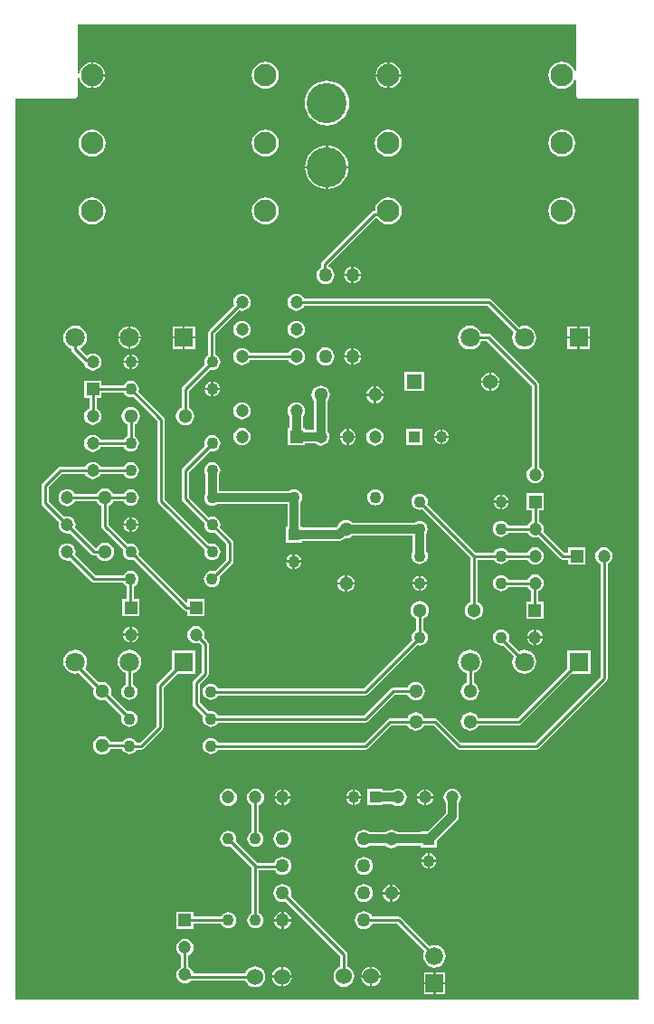
<source format=gbl>
G04*
G04 #@! TF.GenerationSoftware,Altium Limited,Altium Designer,19.0.9 (268)*
G04*
G04 Layer_Physical_Order=2*
G04 Layer_Color=16711680*
%FSLAX25Y25*%
%MOIN*%
G70*
G01*
G75*
%ADD11C,0.01000*%
%ADD36C,0.03200*%
%ADD37R,0.04724X0.04724*%
%ADD38C,0.04724*%
%ADD39C,0.04331*%
%ADD40R,0.04331X0.04331*%
%ADD41C,0.05118*%
%ADD42R,0.07087X0.07087*%
%ADD43C,0.07087*%
%ADD44C,0.08268*%
%ADD45C,0.14765*%
%ADD46R,0.04724X0.04724*%
%ADD47R,0.05512X0.05512*%
%ADD48C,0.05512*%
%ADD49R,0.04331X0.04331*%
%ADD50C,0.06000*%
%ADD51C,0.06600*%
%ADD52R,0.06600X0.06600*%
%ADD53C,0.04725*%
%ADD54C,0.05000*%
%ADD55C,0.03000*%
%ADD56C,0.01500*%
G36*
X207971Y343838D02*
X207471Y343739D01*
X207119Y344588D01*
X206328Y345619D01*
X205297Y346410D01*
X204097Y346907D01*
X202809Y347077D01*
X201521Y346907D01*
X200321Y346410D01*
X199290Y345619D01*
X198499Y344588D01*
X198002Y343388D01*
X197832Y342100D01*
X198002Y340812D01*
X198499Y339612D01*
X199290Y338581D01*
X200321Y337790D01*
X201521Y337293D01*
X202809Y337123D01*
X204097Y337293D01*
X205297Y337790D01*
X206328Y338581D01*
X207119Y339612D01*
X207471Y340461D01*
X207971Y340362D01*
Y335000D01*
X208087Y334415D01*
X208419Y333919D01*
X208915Y333587D01*
X209500Y333471D01*
X230971D01*
Y1529D01*
X1529D01*
Y333471D01*
X23000D01*
X23585Y333587D01*
X24081Y333919D01*
X24413Y334415D01*
X24529Y335000D01*
Y341215D01*
X25029Y341248D01*
X25080Y340864D01*
X25557Y339713D01*
X26316Y338724D01*
X27305Y337965D01*
X28456Y337488D01*
X29292Y337378D01*
Y342100D01*
Y346822D01*
X28456Y346712D01*
X27305Y346235D01*
X26316Y345476D01*
X25557Y344487D01*
X25080Y343336D01*
X25029Y342952D01*
X24529Y342985D01*
Y360971D01*
X207971D01*
Y343838D01*
D02*
G37*
%LPC*%
G36*
X139311Y346822D02*
Y342500D01*
X143633D01*
X143523Y343336D01*
X143046Y344487D01*
X142287Y345476D01*
X141298Y346235D01*
X140147Y346712D01*
X139311Y346822D01*
D02*
G37*
G36*
X30092D02*
Y342500D01*
X34414D01*
X34304Y343336D01*
X33827Y344487D01*
X33068Y345476D01*
X32079Y346235D01*
X30928Y346712D01*
X30092Y346822D01*
D02*
G37*
G36*
X138511D02*
X137675Y346712D01*
X136524Y346235D01*
X135535Y345476D01*
X134776Y344487D01*
X134299Y343336D01*
X134189Y342500D01*
X138511D01*
Y346822D01*
D02*
G37*
G36*
X143633Y341700D02*
X139311D01*
Y337378D01*
X140147Y337488D01*
X141298Y337965D01*
X142287Y338724D01*
X143046Y339713D01*
X143523Y340864D01*
X143633Y341700D01*
D02*
G37*
G36*
X34414D02*
X30092D01*
Y337378D01*
X30928Y337488D01*
X32079Y337965D01*
X33068Y338724D01*
X33827Y339713D01*
X34304Y340864D01*
X34414Y341700D01*
D02*
G37*
G36*
X138511D02*
X134189D01*
X134299Y340864D01*
X134776Y339713D01*
X135535Y338724D01*
X136524Y337965D01*
X137675Y337488D01*
X138511Y337378D01*
Y341700D01*
D02*
G37*
G36*
X93590Y347077D02*
X92302Y346907D01*
X91102Y346410D01*
X90071Y345619D01*
X89280Y344588D01*
X88783Y343388D01*
X88613Y342100D01*
X88783Y340812D01*
X89280Y339612D01*
X90071Y338581D01*
X91102Y337790D01*
X92302Y337293D01*
X93590Y337123D01*
X94878Y337293D01*
X96078Y337790D01*
X97109Y338581D01*
X97900Y339612D01*
X98397Y340812D01*
X98567Y342100D01*
X98397Y343388D01*
X97900Y344588D01*
X97109Y345619D01*
X96078Y346410D01*
X94878Y346907D01*
X93590Y347077D01*
D02*
G37*
G36*
X116250Y340122D02*
X114646Y339964D01*
X113104Y339496D01*
X111682Y338736D01*
X110436Y337714D01*
X109414Y336468D01*
X108654Y335046D01*
X108186Y333504D01*
X108028Y331900D01*
X108186Y330296D01*
X108654Y328754D01*
X109414Y327332D01*
X110436Y326086D01*
X111682Y325064D01*
X113104Y324304D01*
X114646Y323836D01*
X116250Y323678D01*
X117854Y323836D01*
X119396Y324304D01*
X120818Y325064D01*
X122064Y326086D01*
X123086Y327332D01*
X123846Y328754D01*
X124314Y330296D01*
X124472Y331900D01*
X124314Y333504D01*
X123846Y335046D01*
X123086Y336468D01*
X122064Y337714D01*
X120818Y338736D01*
X119396Y339496D01*
X117854Y339964D01*
X116250Y340122D01*
D02*
G37*
G36*
X202809Y322077D02*
X201521Y321907D01*
X200321Y321410D01*
X199290Y320619D01*
X198499Y319588D01*
X198002Y318388D01*
X197832Y317100D01*
X198002Y315812D01*
X198499Y314612D01*
X199290Y313581D01*
X200321Y312790D01*
X201521Y312293D01*
X202809Y312123D01*
X204097Y312293D01*
X205297Y312790D01*
X206328Y313581D01*
X207119Y314612D01*
X207616Y315812D01*
X207786Y317100D01*
X207616Y318388D01*
X207119Y319588D01*
X206328Y320619D01*
X205297Y321410D01*
X204097Y321907D01*
X202809Y322077D01*
D02*
G37*
G36*
X138911D02*
X137623Y321907D01*
X136423Y321410D01*
X135392Y320619D01*
X134601Y319588D01*
X134104Y318388D01*
X133934Y317100D01*
X134104Y315812D01*
X134601Y314612D01*
X135392Y313581D01*
X136423Y312790D01*
X137623Y312293D01*
X138911Y312123D01*
X140199Y312293D01*
X141399Y312790D01*
X142430Y313581D01*
X143221Y314612D01*
X143718Y315812D01*
X143888Y317100D01*
X143718Y318388D01*
X143221Y319588D01*
X142430Y320619D01*
X141399Y321410D01*
X140199Y321907D01*
X138911Y322077D01*
D02*
G37*
G36*
X93590D02*
X92302Y321907D01*
X91102Y321410D01*
X90071Y320619D01*
X89280Y319588D01*
X88783Y318388D01*
X88613Y317100D01*
X88783Y315812D01*
X89280Y314612D01*
X90071Y313581D01*
X91102Y312790D01*
X92302Y312293D01*
X93590Y312123D01*
X94878Y312293D01*
X96078Y312790D01*
X97109Y313581D01*
X97900Y314612D01*
X98397Y315812D01*
X98567Y317100D01*
X98397Y318388D01*
X97900Y319588D01*
X97109Y320619D01*
X96078Y321410D01*
X94878Y321907D01*
X93590Y322077D01*
D02*
G37*
G36*
X29692D02*
X28404Y321907D01*
X27204Y321410D01*
X26173Y320619D01*
X25382Y319588D01*
X24885Y318388D01*
X24715Y317100D01*
X24885Y315812D01*
X25382Y314612D01*
X26173Y313581D01*
X27204Y312790D01*
X28404Y312293D01*
X29692Y312123D01*
X30980Y312293D01*
X32180Y312790D01*
X33211Y313581D01*
X34002Y314612D01*
X34499Y315812D01*
X34669Y317100D01*
X34499Y318388D01*
X34002Y319588D01*
X33211Y320619D01*
X32180Y321410D01*
X30980Y321907D01*
X29692Y322077D01*
D02*
G37*
G36*
X116650Y316260D02*
Y308678D01*
X124232D01*
X124117Y309843D01*
X123660Y311347D01*
X122919Y312734D01*
X121922Y313950D01*
X120706Y314947D01*
X119319Y315688D01*
X117815Y316145D01*
X116650Y316260D01*
D02*
G37*
G36*
X115850D02*
X114685Y316145D01*
X113180Y315688D01*
X111794Y314947D01*
X110578Y313950D01*
X109581Y312734D01*
X108840Y311347D01*
X108383Y309843D01*
X108268Y308678D01*
X115850D01*
Y316260D01*
D02*
G37*
G36*
X124232Y307878D02*
X116650D01*
Y300296D01*
X117815Y300411D01*
X119319Y300868D01*
X120706Y301609D01*
X121922Y302606D01*
X122919Y303822D01*
X123660Y305209D01*
X124117Y306713D01*
X124232Y307878D01*
D02*
G37*
G36*
X115850D02*
X108268D01*
X108383Y306713D01*
X108840Y305209D01*
X109581Y303822D01*
X110578Y302606D01*
X111794Y301609D01*
X113180Y300868D01*
X114685Y300411D01*
X115850Y300296D01*
Y307878D01*
D02*
G37*
G36*
X202809Y297077D02*
X201521Y296907D01*
X200321Y296410D01*
X199290Y295619D01*
X198499Y294588D01*
X198002Y293388D01*
X197832Y292100D01*
X198002Y290812D01*
X198499Y289612D01*
X199290Y288581D01*
X200321Y287790D01*
X201521Y287293D01*
X202809Y287123D01*
X204097Y287293D01*
X205297Y287790D01*
X206328Y288581D01*
X207119Y289612D01*
X207616Y290812D01*
X207786Y292100D01*
X207616Y293388D01*
X207119Y294588D01*
X206328Y295619D01*
X205297Y296410D01*
X204097Y296907D01*
X202809Y297077D01*
D02*
G37*
G36*
X138911D02*
X137623Y296907D01*
X136423Y296410D01*
X135392Y295619D01*
X134601Y294588D01*
X134104Y293388D01*
X133964Y292325D01*
X133858D01*
X133351Y292225D01*
X132921Y291937D01*
X114563Y273579D01*
X114275Y273149D01*
X114174Y272642D01*
Y271451D01*
X114010Y271382D01*
X113321Y270854D01*
X112792Y270164D01*
X112460Y269361D01*
X112346Y268500D01*
X112460Y267638D01*
X112792Y266836D01*
X113321Y266146D01*
X114010Y265617D01*
X114813Y265285D01*
X115674Y265172D01*
X116536Y265285D01*
X117339Y265617D01*
X118028Y266146D01*
X118557Y266836D01*
X118890Y267638D01*
X119003Y268500D01*
X118890Y269361D01*
X118557Y270164D01*
X118028Y270854D01*
X117339Y271382D01*
X116825Y271595D01*
Y272093D01*
X134146Y289413D01*
X134195Y289435D01*
X134783Y289375D01*
X135392Y288581D01*
X136423Y287790D01*
X137623Y287293D01*
X138911Y287123D01*
X140199Y287293D01*
X141399Y287790D01*
X142430Y288581D01*
X143221Y289612D01*
X143718Y290812D01*
X143888Y292100D01*
X143718Y293388D01*
X143221Y294588D01*
X142430Y295619D01*
X141399Y296410D01*
X140199Y296907D01*
X138911Y297077D01*
D02*
G37*
G36*
X93590D02*
X92302Y296907D01*
X91102Y296410D01*
X90071Y295619D01*
X89280Y294588D01*
X88783Y293388D01*
X88613Y292100D01*
X88783Y290812D01*
X89280Y289612D01*
X90071Y288581D01*
X91102Y287790D01*
X92302Y287293D01*
X93590Y287123D01*
X94878Y287293D01*
X96078Y287790D01*
X97109Y288581D01*
X97900Y289612D01*
X98397Y290812D01*
X98567Y292100D01*
X98397Y293388D01*
X97900Y294588D01*
X97109Y295619D01*
X96078Y296410D01*
X94878Y296907D01*
X93590Y297077D01*
D02*
G37*
G36*
X29692D02*
X28404Y296907D01*
X27204Y296410D01*
X26173Y295619D01*
X25382Y294588D01*
X24885Y293388D01*
X24715Y292100D01*
X24885Y290812D01*
X25382Y289612D01*
X26173Y288581D01*
X27204Y287790D01*
X28404Y287293D01*
X29692Y287123D01*
X30980Y287293D01*
X32180Y287790D01*
X33211Y288581D01*
X34002Y289612D01*
X34499Y290812D01*
X34669Y292100D01*
X34499Y293388D01*
X34002Y294588D01*
X33211Y295619D01*
X32180Y296410D01*
X30980Y296907D01*
X29692Y297077D01*
D02*
G37*
G36*
X126075Y271574D02*
Y268900D01*
X128749D01*
X128695Y269309D01*
X128382Y270063D01*
X127885Y270711D01*
X127238Y271208D01*
X126484Y271520D01*
X126075Y271574D01*
D02*
G37*
G36*
X125275D02*
X124865Y271520D01*
X124111Y271208D01*
X123464Y270711D01*
X122967Y270063D01*
X122654Y269309D01*
X122600Y268900D01*
X125275D01*
Y271574D01*
D02*
G37*
G36*
X128749Y268100D02*
X126075D01*
Y265426D01*
X126484Y265480D01*
X127238Y265792D01*
X127885Y266289D01*
X128382Y266937D01*
X128695Y267691D01*
X128749Y268100D01*
D02*
G37*
G36*
X125275D02*
X122600D01*
X122654Y267691D01*
X122967Y266937D01*
X123464Y266289D01*
X124111Y265792D01*
X124865Y265480D01*
X125275Y265426D01*
Y268100D01*
D02*
G37*
G36*
X85000Y261690D02*
X84174Y261581D01*
X83405Y261262D01*
X82744Y260755D01*
X82238Y260095D01*
X81919Y259326D01*
X81810Y258500D01*
X81919Y257674D01*
X82030Y257405D01*
X73591Y248966D01*
X73549Y248937D01*
X72963Y248352D01*
X72675Y247921D01*
X72575Y247414D01*
Y239119D01*
X72505Y239090D01*
X71885Y238615D01*
X71410Y237996D01*
X71111Y237274D01*
X71009Y236500D01*
X71111Y235726D01*
X71181Y235556D01*
X63063Y227437D01*
X62775Y227007D01*
X62674Y226500D01*
Y219587D01*
X62306Y219434D01*
X61604Y218896D01*
X61066Y218194D01*
X60728Y217377D01*
X60612Y216500D01*
X60728Y215623D01*
X61066Y214806D01*
X61604Y214104D01*
X62306Y213566D01*
X63123Y213228D01*
X64000Y213112D01*
X64877Y213228D01*
X65694Y213566D01*
X66396Y214104D01*
X66934Y214806D01*
X67273Y215623D01*
X67388Y216500D01*
X67273Y217377D01*
X66934Y218194D01*
X66396Y218896D01*
X65694Y219434D01*
X65325Y219587D01*
Y225951D01*
X73056Y233681D01*
X73226Y233611D01*
X74000Y233509D01*
X74774Y233611D01*
X75495Y233910D01*
X76115Y234385D01*
X76590Y235004D01*
X76889Y235726D01*
X76991Y236500D01*
X76889Y237274D01*
X76590Y237996D01*
X76115Y238615D01*
X75495Y239090D01*
X75226Y239202D01*
Y246865D01*
X75394Y247034D01*
X75437Y247063D01*
X83905Y255531D01*
X84174Y255419D01*
X85000Y255310D01*
X85826Y255419D01*
X86595Y255738D01*
X87256Y256244D01*
X87762Y256905D01*
X88081Y257674D01*
X88190Y258500D01*
X88081Y259326D01*
X87762Y260095D01*
X87256Y260755D01*
X86595Y261262D01*
X85826Y261581D01*
X85000Y261690D01*
D02*
G37*
G36*
X213143Y249643D02*
X209400D01*
Y245900D01*
X213143D01*
Y249643D01*
D02*
G37*
G36*
X208600D02*
X204856D01*
Y245900D01*
X208600D01*
Y249643D01*
D02*
G37*
G36*
X67643D02*
X63900D01*
Y245900D01*
X67643D01*
Y249643D01*
D02*
G37*
G36*
X63100D02*
X59356D01*
Y245900D01*
X63100D01*
Y249643D01*
D02*
G37*
G36*
X43900Y249627D02*
Y245900D01*
X47627D01*
X47537Y246582D01*
X47119Y247590D01*
X46455Y248455D01*
X45590Y249119D01*
X44582Y249537D01*
X43900Y249627D01*
D02*
G37*
G36*
X43100D02*
X42418Y249537D01*
X41410Y249119D01*
X40545Y248455D01*
X39881Y247590D01*
X39463Y246582D01*
X39373Y245900D01*
X43100D01*
Y249627D01*
D02*
G37*
G36*
X105000Y251690D02*
X104174Y251581D01*
X103405Y251262D01*
X102744Y250756D01*
X102238Y250095D01*
X101919Y249326D01*
X101810Y248500D01*
X101919Y247674D01*
X102238Y246905D01*
X102744Y246245D01*
X103405Y245738D01*
X104174Y245419D01*
X105000Y245310D01*
X105826Y245419D01*
X106595Y245738D01*
X107255Y246245D01*
X107762Y246905D01*
X108081Y247674D01*
X108190Y248500D01*
X108081Y249326D01*
X107762Y250095D01*
X107255Y250756D01*
X106595Y251262D01*
X105826Y251581D01*
X105000Y251690D01*
D02*
G37*
G36*
X85000D02*
X84174Y251581D01*
X83405Y251262D01*
X82744Y250756D01*
X82238Y250095D01*
X81919Y249326D01*
X81810Y248500D01*
X81919Y247674D01*
X82238Y246905D01*
X82744Y246245D01*
X83405Y245738D01*
X84174Y245419D01*
X85000Y245310D01*
X85826Y245419D01*
X86595Y245738D01*
X87256Y246245D01*
X87762Y246905D01*
X88081Y247674D01*
X88190Y248500D01*
X88081Y249326D01*
X87762Y250095D01*
X87256Y250756D01*
X86595Y251262D01*
X85826Y251581D01*
X85000Y251690D01*
D02*
G37*
G36*
X47627Y245100D02*
X43900D01*
Y241373D01*
X44582Y241463D01*
X45590Y241881D01*
X46455Y242545D01*
X47119Y243410D01*
X47537Y244418D01*
X47627Y245100D01*
D02*
G37*
G36*
X43100D02*
X39373D01*
X39463Y244418D01*
X39881Y243410D01*
X40545Y242545D01*
X41410Y241881D01*
X42418Y241463D01*
X43100Y241373D01*
Y245100D01*
D02*
G37*
G36*
X213143D02*
X209400D01*
Y241356D01*
X213143D01*
Y245100D01*
D02*
G37*
G36*
X208600D02*
X204856D01*
Y241356D01*
X208600D01*
Y245100D01*
D02*
G37*
G36*
X67643D02*
X63900D01*
Y241356D01*
X67643D01*
Y245100D01*
D02*
G37*
G36*
X63100D02*
X59356D01*
Y241356D01*
X63100D01*
Y245100D01*
D02*
G37*
G36*
X105000Y261690D02*
X104174Y261581D01*
X103405Y261262D01*
X102744Y260755D01*
X102238Y260095D01*
X101919Y259326D01*
X101810Y258500D01*
X101919Y257674D01*
X102238Y256905D01*
X102744Y256244D01*
X103405Y255738D01*
X104174Y255419D01*
X105000Y255310D01*
X105826Y255419D01*
X106595Y255738D01*
X107255Y256244D01*
X107762Y256905D01*
X107874Y257174D01*
X175451D01*
X185127Y247499D01*
X184768Y246634D01*
X184619Y245500D01*
X184768Y244366D01*
X185206Y243309D01*
X185902Y242402D01*
X186810Y241706D01*
X187866Y241268D01*
X189000Y241119D01*
X190134Y241268D01*
X191191Y241706D01*
X192098Y242402D01*
X192794Y243309D01*
X193232Y244366D01*
X193381Y245500D01*
X193232Y246634D01*
X192794Y247691D01*
X192098Y248598D01*
X191191Y249294D01*
X190134Y249732D01*
X189000Y249881D01*
X187866Y249732D01*
X187001Y249373D01*
X176937Y259437D01*
X176507Y259725D01*
X176000Y259825D01*
X107874D01*
X107762Y260095D01*
X107255Y260755D01*
X106595Y261262D01*
X105826Y261581D01*
X105000Y261690D01*
D02*
G37*
G36*
Y241690D02*
X104174Y241581D01*
X103405Y241262D01*
X102744Y240756D01*
X102238Y240095D01*
X102126Y239826D01*
X87874D01*
X87762Y240095D01*
X87256Y240756D01*
X86595Y241262D01*
X85826Y241581D01*
X85000Y241690D01*
X84174Y241581D01*
X83405Y241262D01*
X82744Y240756D01*
X82238Y240095D01*
X81919Y239326D01*
X81810Y238500D01*
X81919Y237674D01*
X82238Y236905D01*
X82744Y236245D01*
X83405Y235738D01*
X84174Y235419D01*
X85000Y235310D01*
X85826Y235419D01*
X86595Y235738D01*
X87256Y236245D01*
X87762Y236905D01*
X87874Y237175D01*
X102126D01*
X102238Y236905D01*
X102744Y236245D01*
X103405Y235738D01*
X104174Y235419D01*
X105000Y235310D01*
X105826Y235419D01*
X106595Y235738D01*
X107255Y236245D01*
X107762Y236905D01*
X108081Y237674D01*
X108190Y238500D01*
X108081Y239326D01*
X107762Y240095D01*
X107255Y240756D01*
X106595Y241262D01*
X105826Y241581D01*
X105000Y241690D01*
D02*
G37*
G36*
X126075Y241574D02*
Y238900D01*
X128749D01*
X128695Y239309D01*
X128382Y240063D01*
X127885Y240711D01*
X127238Y241208D01*
X126484Y241520D01*
X126075Y241574D01*
D02*
G37*
G36*
X125275D02*
X124865Y241520D01*
X124111Y241208D01*
X123464Y240711D01*
X122967Y240063D01*
X122654Y239309D01*
X122600Y238900D01*
X125275D01*
Y241574D01*
D02*
G37*
G36*
X44400Y239237D02*
Y236900D01*
X46737D01*
X46694Y237222D01*
X46416Y237895D01*
X45972Y238472D01*
X45395Y238916D01*
X44722Y239194D01*
X44400Y239237D01*
D02*
G37*
G36*
X43600D02*
X43278Y239194D01*
X42605Y238916D01*
X42028Y238472D01*
X41584Y237895D01*
X41306Y237222D01*
X41263Y236900D01*
X43600D01*
Y239237D01*
D02*
G37*
G36*
X128749Y238100D02*
X126075D01*
Y235426D01*
X126484Y235480D01*
X127238Y235792D01*
X127885Y236289D01*
X128382Y236937D01*
X128695Y237691D01*
X128749Y238100D01*
D02*
G37*
G36*
X125275D02*
X122600D01*
X122654Y237691D01*
X122967Y236937D01*
X123464Y236289D01*
X124111Y235792D01*
X124865Y235480D01*
X125275Y235426D01*
Y238100D01*
D02*
G37*
G36*
X115674Y241828D02*
X114813Y241715D01*
X114010Y241383D01*
X113321Y240854D01*
X112792Y240164D01*
X112460Y239362D01*
X112346Y238500D01*
X112460Y237638D01*
X112792Y236836D01*
X113321Y236146D01*
X114010Y235617D01*
X114813Y235285D01*
X115674Y235172D01*
X116536Y235285D01*
X117339Y235617D01*
X118028Y236146D01*
X118557Y236836D01*
X118890Y237638D01*
X119003Y238500D01*
X118890Y239362D01*
X118557Y240164D01*
X118028Y240854D01*
X117339Y241383D01*
X116536Y241715D01*
X115674Y241828D01*
D02*
G37*
G36*
X46737Y236100D02*
X44400D01*
Y233763D01*
X44722Y233806D01*
X45395Y234084D01*
X45972Y234528D01*
X46416Y235105D01*
X46694Y235778D01*
X46737Y236100D01*
D02*
G37*
G36*
X43600D02*
X41263D01*
X41306Y235778D01*
X41584Y235105D01*
X42028Y234528D01*
X42605Y234084D01*
X43278Y233806D01*
X43600Y233763D01*
Y236100D01*
D02*
G37*
G36*
X23500Y249881D02*
X22366Y249732D01*
X21309Y249294D01*
X20402Y248598D01*
X19706Y247691D01*
X19268Y246634D01*
X19119Y245500D01*
X19268Y244366D01*
X19706Y243309D01*
X20402Y242402D01*
X21309Y241706D01*
X22174Y241348D01*
Y241119D01*
X22275Y240612D01*
X22563Y240182D01*
X26469Y236275D01*
X26876Y236003D01*
X26919Y235675D01*
X27238Y234905D01*
X27745Y234245D01*
X28405Y233738D01*
X29175Y233419D01*
X30000Y233311D01*
X30825Y233419D01*
X31595Y233738D01*
X32255Y234245D01*
X32762Y234905D01*
X33081Y235675D01*
X33189Y236500D01*
X33081Y237326D01*
X32762Y238095D01*
X32255Y238755D01*
X31595Y239262D01*
X30825Y239581D01*
X30000Y239689D01*
X29175Y239581D01*
X28405Y239262D01*
X27745Y238755D01*
X27739Y238755D01*
X25370Y241123D01*
X25468Y241614D01*
X25690Y241706D01*
X26598Y242402D01*
X27294Y243309D01*
X27732Y244366D01*
X27881Y245500D01*
X27732Y246634D01*
X27294Y247691D01*
X26598Y248598D01*
X25690Y249294D01*
X24634Y249732D01*
X23500Y249881D01*
D02*
G37*
G36*
X176900Y232617D02*
Y229685D01*
X179832D01*
X179770Y230161D01*
X179431Y230977D01*
X178893Y231678D01*
X178192Y232216D01*
X177376Y232555D01*
X176900Y232617D01*
D02*
G37*
G36*
X176100D02*
X175624Y232555D01*
X174808Y232216D01*
X174107Y231678D01*
X173568Y230977D01*
X173230Y230161D01*
X173168Y229685D01*
X176100D01*
Y232617D01*
D02*
G37*
G36*
X74400Y229237D02*
Y226900D01*
X76737D01*
X76694Y227222D01*
X76416Y227895D01*
X75972Y228472D01*
X75395Y228916D01*
X74722Y229194D01*
X74400Y229237D01*
D02*
G37*
G36*
X73600D02*
X73278Y229194D01*
X72605Y228916D01*
X72028Y228472D01*
X71584Y227895D01*
X71306Y227222D01*
X71263Y226900D01*
X73600D01*
Y229237D01*
D02*
G37*
G36*
X179832Y228885D02*
X176900D01*
Y225953D01*
X177376Y226015D01*
X178192Y226353D01*
X178893Y226891D01*
X179431Y227592D01*
X179770Y228409D01*
X179832Y228885D01*
D02*
G37*
G36*
X176100D02*
X173168D01*
X173230Y228409D01*
X173568Y227592D01*
X174107Y226891D01*
X174808Y226353D01*
X175624Y226015D01*
X176100Y225953D01*
Y228885D01*
D02*
G37*
G36*
X152056Y232841D02*
X144944D01*
Y225729D01*
X152056D01*
Y232841D01*
D02*
G37*
G36*
X134411Y227534D02*
Y224800D01*
X137145D01*
X137089Y225225D01*
X136770Y225993D01*
X136264Y226653D01*
X135604Y227159D01*
X134836Y227478D01*
X134411Y227534D01*
D02*
G37*
G36*
X133611D02*
X133186Y227478D01*
X132418Y227159D01*
X131758Y226653D01*
X131252Y225993D01*
X130933Y225225D01*
X130877Y224800D01*
X133611D01*
Y227534D01*
D02*
G37*
G36*
X76737Y226100D02*
X74400D01*
Y223763D01*
X74722Y223806D01*
X75395Y224084D01*
X75972Y224528D01*
X76416Y225105D01*
X76694Y225778D01*
X76737Y226100D01*
D02*
G37*
G36*
X73600D02*
X71263D01*
X71306Y225778D01*
X71584Y225105D01*
X72028Y224528D01*
X72605Y224084D01*
X73278Y223806D01*
X73600Y223763D01*
Y226100D01*
D02*
G37*
G36*
X137145Y224000D02*
X134411D01*
Y221266D01*
X134836Y221322D01*
X135604Y221641D01*
X136264Y222147D01*
X136770Y222807D01*
X137089Y223575D01*
X137145Y224000D01*
D02*
G37*
G36*
X133611D02*
X130877D01*
X130933Y223575D01*
X131252Y222807D01*
X131758Y222147D01*
X132418Y221641D01*
X133186Y221322D01*
X133611Y221266D01*
Y224000D01*
D02*
G37*
G36*
X85000Y221690D02*
X84174Y221581D01*
X83405Y221262D01*
X82744Y220756D01*
X82238Y220095D01*
X81919Y219326D01*
X81810Y218500D01*
X81919Y217674D01*
X82238Y216905D01*
X82744Y216245D01*
X83405Y215738D01*
X84174Y215419D01*
X85000Y215310D01*
X85826Y215419D01*
X86595Y215738D01*
X87256Y216245D01*
X87762Y216905D01*
X88081Y217674D01*
X88190Y218500D01*
X88081Y219326D01*
X87762Y220095D01*
X87256Y220756D01*
X86595Y221262D01*
X85826Y221581D01*
X85000Y221690D01*
D02*
G37*
G36*
X114011Y227788D02*
X113134Y227673D01*
X112317Y227334D01*
X111615Y226796D01*
X111077Y226094D01*
X110738Y225277D01*
X110623Y224400D01*
X110738Y223523D01*
X111077Y222706D01*
X111542Y222099D01*
Y211447D01*
X108162D01*
Y212162D01*
X107447D01*
Y216494D01*
X107762Y216905D01*
X108081Y217674D01*
X108190Y218500D01*
X108081Y219326D01*
X107762Y220095D01*
X107255Y220756D01*
X106595Y221262D01*
X105826Y221581D01*
X105000Y221690D01*
X104174Y221581D01*
X103405Y221262D01*
X102744Y220756D01*
X102238Y220095D01*
X101919Y219326D01*
X101810Y218500D01*
X101919Y217674D01*
X102238Y216905D01*
X102553Y216494D01*
Y212162D01*
X101838D01*
Y205838D01*
X108162D01*
Y206553D01*
X111848D01*
X112395Y206134D01*
X113164Y205815D01*
X113989Y205706D01*
X114815Y205815D01*
X115584Y206134D01*
X116244Y206641D01*
X116751Y207301D01*
X117070Y208070D01*
X117179Y208896D01*
X117070Y209721D01*
X116751Y210490D01*
X116436Y210901D01*
Y222043D01*
X116945Y222706D01*
X117283Y223523D01*
X117399Y224400D01*
X117283Y225277D01*
X116945Y226094D01*
X116407Y226796D01*
X115705Y227334D01*
X114888Y227673D01*
X114011Y227788D01*
D02*
G37*
G36*
X124389Y211831D02*
Y209296D01*
X126924D01*
X126875Y209669D01*
X126577Y210389D01*
X126102Y211008D01*
X125483Y211483D01*
X124762Y211781D01*
X124389Y211831D01*
D02*
G37*
G36*
X123589D02*
X123216Y211781D01*
X122495Y211483D01*
X121877Y211008D01*
X121402Y210389D01*
X121104Y209669D01*
X121054Y209296D01*
X123589D01*
Y211831D01*
D02*
G37*
G36*
X158900Y211611D02*
Y209275D01*
X161237D01*
X161194Y209596D01*
X160916Y210269D01*
X160472Y210847D01*
X159895Y211290D01*
X159222Y211569D01*
X158900Y211611D01*
D02*
G37*
G36*
X158100D02*
X157778Y211569D01*
X157105Y211290D01*
X156528Y210847D01*
X156084Y210269D01*
X155806Y209596D01*
X155763Y209275D01*
X158100D01*
Y211611D01*
D02*
G37*
G36*
X44000Y219888D02*
X43123Y219773D01*
X42306Y219434D01*
X41604Y218896D01*
X41066Y218194D01*
X40727Y217377D01*
X40612Y216500D01*
X40727Y215623D01*
X41066Y214806D01*
X41604Y214104D01*
X42306Y213566D01*
X42674Y213413D01*
Y209182D01*
X42505Y209111D01*
X41885Y208636D01*
X41410Y208016D01*
X41331Y207825D01*
X32873D01*
X32762Y208095D01*
X32255Y208755D01*
X31595Y209262D01*
X30825Y209581D01*
X30000Y209689D01*
X29175Y209581D01*
X28405Y209262D01*
X27745Y208755D01*
X27238Y208095D01*
X26919Y207326D01*
X26811Y206500D01*
X26919Y205675D01*
X27238Y204905D01*
X27745Y204245D01*
X28405Y203738D01*
X29175Y203419D01*
X30000Y203311D01*
X30825Y203419D01*
X31595Y203738D01*
X32255Y204245D01*
X32762Y204905D01*
X32873Y205174D01*
X41348D01*
X41410Y205026D01*
X41885Y204406D01*
X42505Y203931D01*
X43226Y203632D01*
X44000Y203530D01*
X44774Y203632D01*
X45496Y203931D01*
X46115Y204406D01*
X46590Y205026D01*
X46889Y205747D01*
X46991Y206521D01*
X46889Y207295D01*
X46590Y208016D01*
X46115Y208636D01*
X45496Y209111D01*
X45325Y209182D01*
Y213413D01*
X45694Y213566D01*
X46396Y214104D01*
X46934Y214806D01*
X47273Y215623D01*
X47388Y216500D01*
X47273Y217377D01*
X46934Y218194D01*
X46396Y218896D01*
X45694Y219434D01*
X44877Y219773D01*
X44000Y219888D01*
D02*
G37*
G36*
X161237Y208474D02*
X158900D01*
Y206138D01*
X159222Y206180D01*
X159895Y206459D01*
X160472Y206902D01*
X160916Y207480D01*
X161194Y208153D01*
X161237Y208474D01*
D02*
G37*
G36*
X158100D02*
X155763D01*
X155806Y208153D01*
X156084Y207480D01*
X156528Y206902D01*
X157105Y206459D01*
X157778Y206180D01*
X158100Y206138D01*
Y208474D01*
D02*
G37*
G36*
X126924Y208496D02*
X124389D01*
Y205961D01*
X124762Y206010D01*
X125483Y206308D01*
X126102Y206783D01*
X126577Y207402D01*
X126875Y208122D01*
X126924Y208496D01*
D02*
G37*
G36*
X123589D02*
X121054D01*
X121104Y208122D01*
X121402Y207402D01*
X121877Y206783D01*
X122495Y206308D01*
X123216Y206010D01*
X123589Y205961D01*
Y208496D01*
D02*
G37*
G36*
X151465Y211840D02*
X145535D01*
Y205909D01*
X151465D01*
Y211840D01*
D02*
G37*
G36*
X85000Y212189D02*
X84175Y212081D01*
X83405Y211762D01*
X82745Y211255D01*
X82238Y210595D01*
X81919Y209825D01*
X81811Y209000D01*
X81919Y208174D01*
X82238Y207405D01*
X82745Y206745D01*
X83405Y206238D01*
X84175Y205919D01*
X85000Y205811D01*
X85826Y205919D01*
X86595Y206238D01*
X87255Y206745D01*
X87762Y207405D01*
X88081Y208174D01*
X88189Y209000D01*
X88081Y209825D01*
X87762Y210595D01*
X87255Y211255D01*
X86595Y211762D01*
X85826Y212081D01*
X85000Y212189D01*
D02*
G37*
G36*
X133989Y212085D02*
X133164Y211976D01*
X132395Y211658D01*
X131734Y211151D01*
X131227Y210490D01*
X130909Y209721D01*
X130800Y208896D01*
X130909Y208070D01*
X131227Y207301D01*
X131734Y206641D01*
X132395Y206134D01*
X133164Y205815D01*
X133989Y205706D01*
X134815Y205815D01*
X135584Y206134D01*
X136244Y206641D01*
X136751Y207301D01*
X137070Y208070D01*
X137179Y208896D01*
X137070Y209721D01*
X136751Y210490D01*
X136244Y211151D01*
X135584Y211658D01*
X134815Y211976D01*
X133989Y212085D01*
D02*
G37*
G36*
X74000Y209512D02*
X73226Y209410D01*
X72505Y209111D01*
X71885Y208636D01*
X71410Y208016D01*
X71111Y207295D01*
X71009Y206521D01*
X71111Y205747D01*
X71181Y205577D01*
X63063Y197458D01*
X62775Y197028D01*
X62674Y196521D01*
Y186112D01*
X62775Y185605D01*
X63063Y185175D01*
X71094Y177144D01*
X71009Y176500D01*
X71111Y175726D01*
X71410Y175004D01*
X71885Y174385D01*
X72505Y173910D01*
X73226Y173611D01*
X74000Y173509D01*
X74774Y173611D01*
X74944Y173681D01*
X79183Y169442D01*
Y163658D01*
X74844Y159319D01*
X74674Y159389D01*
X73900Y159491D01*
X73126Y159389D01*
X72404Y159090D01*
X71785Y158615D01*
X71310Y157995D01*
X71011Y157274D01*
X70909Y156500D01*
X71011Y155726D01*
X71310Y155005D01*
X71785Y154385D01*
X72404Y153910D01*
X73126Y153611D01*
X73900Y153509D01*
X74674Y153611D01*
X75396Y153910D01*
X76015Y154385D01*
X76490Y155005D01*
X76789Y155726D01*
X76891Y156500D01*
X76789Y157274D01*
X76719Y157444D01*
X81446Y162172D01*
X81734Y162602D01*
X81834Y163109D01*
Y169991D01*
X81734Y170498D01*
X81446Y170928D01*
X76819Y175556D01*
X76889Y175726D01*
X76991Y176500D01*
X76889Y177274D01*
X76590Y177996D01*
X76115Y178615D01*
X75495Y179090D01*
X74774Y179389D01*
X74000Y179491D01*
X73226Y179389D01*
X72781Y179205D01*
X65325Y186661D01*
Y195972D01*
X73056Y203702D01*
X73226Y203632D01*
X74000Y203530D01*
X74774Y203632D01*
X75495Y203931D01*
X76115Y204406D01*
X76590Y205026D01*
X76889Y205747D01*
X76991Y206521D01*
X76889Y207295D01*
X76590Y208016D01*
X76115Y208636D01*
X75495Y209111D01*
X74774Y209410D01*
X74000Y209512D01*
D02*
G37*
G36*
X30000Y199689D02*
X29175Y199581D01*
X28405Y199262D01*
X27745Y198755D01*
X27238Y198095D01*
X27127Y197826D01*
X18000D01*
X17493Y197725D01*
X17063Y197437D01*
X11563Y191937D01*
X11275Y191507D01*
X11174Y191000D01*
Y184500D01*
X11275Y183993D01*
X11563Y183563D01*
X17531Y177595D01*
X17419Y177325D01*
X17311Y176500D01*
X17419Y175674D01*
X17738Y174905D01*
X18245Y174245D01*
X18905Y173738D01*
X19674Y173419D01*
X20500Y173311D01*
X21326Y173419D01*
X21595Y173531D01*
X29563Y165563D01*
X29993Y165275D01*
X30500Y165174D01*
X31413D01*
X31566Y164806D01*
X32104Y164104D01*
X32806Y163566D01*
X33623Y163227D01*
X34500Y163112D01*
X35377Y163227D01*
X36194Y163566D01*
X36896Y164104D01*
X37434Y164806D01*
X37773Y165623D01*
X37888Y166500D01*
X37773Y167377D01*
X37434Y168194D01*
X36896Y168896D01*
X36194Y169434D01*
X35377Y169773D01*
X34500Y169888D01*
X33623Y169773D01*
X32806Y169434D01*
X32104Y168896D01*
X31566Y168194D01*
X31481Y167989D01*
X30951Y167923D01*
X23469Y175405D01*
X23581Y175674D01*
X23689Y176500D01*
X23581Y177325D01*
X23262Y178095D01*
X22755Y178755D01*
X22095Y179262D01*
X21326Y179581D01*
X20500Y179689D01*
X19674Y179581D01*
X19405Y179469D01*
X13826Y185049D01*
Y190451D01*
X18549Y195175D01*
X27127D01*
X27238Y194905D01*
X27745Y194245D01*
X28405Y193738D01*
X29175Y193419D01*
X30000Y193311D01*
X30825Y193419D01*
X31595Y193738D01*
X32255Y194245D01*
X32762Y194905D01*
X32873Y195175D01*
X41339D01*
X41410Y195004D01*
X41885Y194385D01*
X42505Y193910D01*
X43226Y193611D01*
X44000Y193509D01*
X44774Y193611D01*
X45496Y193910D01*
X46115Y194385D01*
X46590Y195004D01*
X46889Y195726D01*
X46991Y196500D01*
X46889Y197274D01*
X46590Y197995D01*
X46115Y198615D01*
X45496Y199090D01*
X44774Y199389D01*
X44000Y199491D01*
X43226Y199389D01*
X42505Y199090D01*
X41885Y198615D01*
X41410Y197995D01*
X41339Y197826D01*
X32873D01*
X32762Y198095D01*
X32255Y198755D01*
X31595Y199262D01*
X30825Y199581D01*
X30000Y199689D01*
D02*
G37*
G36*
X169000Y249881D02*
X167866Y249732D01*
X166809Y249294D01*
X165902Y248598D01*
X165206Y247691D01*
X164768Y246634D01*
X164619Y245500D01*
X164768Y244366D01*
X165206Y243309D01*
X165902Y242402D01*
X166809Y241706D01*
X167866Y241268D01*
X169000Y241119D01*
X170134Y241268D01*
X171191Y241706D01*
X172098Y242402D01*
X172794Y243309D01*
X173152Y244175D01*
X175189D01*
X191674Y227689D01*
Y197873D01*
X191405Y197762D01*
X190745Y197255D01*
X190238Y196595D01*
X189919Y195826D01*
X189811Y195000D01*
X189919Y194175D01*
X190238Y193405D01*
X190745Y192745D01*
X191405Y192238D01*
X192174Y191919D01*
X193000Y191811D01*
X193825Y191919D01*
X194595Y192238D01*
X195255Y192745D01*
X195762Y193405D01*
X196081Y194175D01*
X196189Y195000D01*
X196081Y195826D01*
X195762Y196595D01*
X195255Y197255D01*
X194595Y197762D01*
X194325Y197873D01*
Y228238D01*
X194225Y228745D01*
X193937Y229175D01*
X176675Y246437D01*
X176245Y246725D01*
X175738Y246826D01*
X173152D01*
X172794Y247691D01*
X172098Y248598D01*
X171191Y249294D01*
X170134Y249732D01*
X169000Y249881D01*
D02*
G37*
G36*
X34500Y189888D02*
X33623Y189772D01*
X32806Y189434D01*
X32104Y188896D01*
X31566Y188194D01*
X31413Y187826D01*
X23373D01*
X23262Y188095D01*
X22755Y188755D01*
X22095Y189262D01*
X21326Y189581D01*
X20500Y189689D01*
X19674Y189581D01*
X18905Y189262D01*
X18245Y188755D01*
X17738Y188095D01*
X17419Y187326D01*
X17311Y186500D01*
X17419Y185675D01*
X17738Y184905D01*
X18245Y184245D01*
X18905Y183738D01*
X19674Y183419D01*
X20500Y183311D01*
X21326Y183419D01*
X22095Y183738D01*
X22755Y184245D01*
X23262Y184905D01*
X23373Y185175D01*
X31413D01*
X31566Y184806D01*
X32104Y184104D01*
X32806Y183566D01*
X33174Y183413D01*
Y176000D01*
X33275Y175493D01*
X33563Y175063D01*
X41181Y167444D01*
X41111Y167274D01*
X41009Y166500D01*
X41111Y165726D01*
X41410Y165005D01*
X41885Y164385D01*
X42505Y163910D01*
X43226Y163611D01*
X44000Y163509D01*
X44774Y163611D01*
X44944Y163681D01*
X63563Y145063D01*
X63993Y144775D01*
X64500Y144675D01*
X64838D01*
Y142838D01*
X71162D01*
Y149162D01*
X64838D01*
Y148190D01*
X64376Y147998D01*
X46819Y165556D01*
X46889Y165726D01*
X46991Y166500D01*
X46889Y167274D01*
X46590Y167996D01*
X46115Y168615D01*
X45496Y169090D01*
X44774Y169389D01*
X44000Y169491D01*
X43226Y169389D01*
X43056Y169319D01*
X35825Y176549D01*
Y183413D01*
X36194Y183566D01*
X36896Y184104D01*
X37434Y184806D01*
X37587Y185175D01*
X41339D01*
X41410Y185004D01*
X41885Y184385D01*
X42505Y183910D01*
X43226Y183611D01*
X44000Y183509D01*
X44774Y183611D01*
X45496Y183910D01*
X46115Y184385D01*
X46590Y185004D01*
X46889Y185726D01*
X46991Y186500D01*
X46889Y187274D01*
X46590Y187996D01*
X46115Y188615D01*
X45496Y189090D01*
X44774Y189389D01*
X44000Y189491D01*
X43226Y189389D01*
X42505Y189090D01*
X41885Y188615D01*
X41410Y187996D01*
X41339Y187826D01*
X37587D01*
X37434Y188194D01*
X36896Y188896D01*
X36194Y189434D01*
X35377Y189772D01*
X34500Y189888D01*
D02*
G37*
G36*
X180802Y187737D02*
Y185400D01*
X183139D01*
X183096Y185722D01*
X182818Y186395D01*
X182374Y186972D01*
X181797Y187416D01*
X181124Y187694D01*
X180802Y187737D01*
D02*
G37*
G36*
X180002D02*
X179680Y187694D01*
X179007Y187416D01*
X178430Y186972D01*
X177986Y186395D01*
X177708Y185722D01*
X177665Y185400D01*
X180002D01*
Y187737D01*
D02*
G37*
G36*
X134095Y189593D02*
X133321Y189491D01*
X132599Y189192D01*
X131980Y188717D01*
X131504Y188098D01*
X131206Y187376D01*
X131104Y186602D01*
X131206Y185828D01*
X131504Y185106D01*
X131980Y184487D01*
X132599Y184012D01*
X133321Y183713D01*
X134095Y183611D01*
X134869Y183713D01*
X135590Y184012D01*
X136210Y184487D01*
X136685Y185106D01*
X136984Y185828D01*
X137086Y186602D01*
X136984Y187376D01*
X136685Y188098D01*
X136210Y188717D01*
X135590Y189192D01*
X134869Y189491D01*
X134095Y189593D01*
D02*
G37*
G36*
X183139Y184600D02*
X180802D01*
Y182263D01*
X181124Y182306D01*
X181797Y182584D01*
X182374Y183028D01*
X182818Y183605D01*
X183096Y184278D01*
X183139Y184600D01*
D02*
G37*
G36*
X180002D02*
X177665D01*
X177708Y184278D01*
X177986Y183605D01*
X178430Y183028D01*
X179007Y182584D01*
X179680Y182306D01*
X180002Y182263D01*
Y184600D01*
D02*
G37*
G36*
X44400Y179237D02*
Y176900D01*
X46737D01*
X46694Y177222D01*
X46416Y177895D01*
X45972Y178472D01*
X45395Y178916D01*
X44722Y179194D01*
X44400Y179237D01*
D02*
G37*
G36*
X43600D02*
X43278Y179194D01*
X42605Y178916D01*
X42028Y178472D01*
X41584Y177895D01*
X41306Y177222D01*
X41263Y176900D01*
X43600D01*
Y179237D01*
D02*
G37*
G36*
X196162Y188162D02*
X189838D01*
Y181838D01*
X191674D01*
Y177874D01*
X191405Y177762D01*
X190745Y177255D01*
X190238Y176595D01*
X190127Y176326D01*
X183061D01*
X182990Y176496D01*
X182515Y177115D01*
X181895Y177590D01*
X181174Y177889D01*
X180400Y177991D01*
X179626Y177889D01*
X178904Y177590D01*
X178285Y177115D01*
X177810Y176496D01*
X177511Y175774D01*
X177409Y175000D01*
X177511Y174226D01*
X177810Y173504D01*
X178285Y172885D01*
X178904Y172410D01*
X179626Y172111D01*
X180400Y172009D01*
X181174Y172111D01*
X181895Y172410D01*
X182515Y172885D01*
X182990Y173504D01*
X183061Y173674D01*
X190127D01*
X190238Y173405D01*
X190745Y172745D01*
X191405Y172238D01*
X192174Y171919D01*
X193000Y171811D01*
X193825Y171919D01*
X194095Y172031D01*
X202063Y164063D01*
X202493Y163775D01*
X203000Y163674D01*
X205149D01*
Y161838D01*
X211473D01*
Y168162D01*
X205149D01*
Y166325D01*
X203549D01*
X195969Y173905D01*
X196081Y174174D01*
X196189Y175000D01*
X196081Y175826D01*
X195762Y176595D01*
X195255Y177255D01*
X194595Y177762D01*
X194325Y177874D01*
Y181838D01*
X196162D01*
Y188162D01*
D02*
G37*
G36*
X46737Y176100D02*
X44400D01*
Y173763D01*
X44722Y173806D01*
X45395Y174084D01*
X45972Y174528D01*
X46416Y175105D01*
X46694Y175778D01*
X46737Y176100D01*
D02*
G37*
G36*
X43600D02*
X41263D01*
X41306Y175778D01*
X41584Y175105D01*
X42028Y174528D01*
X42605Y174084D01*
X43278Y173806D01*
X43600Y173763D01*
Y176100D01*
D02*
G37*
G36*
X33162Y229662D02*
X26838D01*
Y223338D01*
X28675D01*
Y219373D01*
X28405Y219262D01*
X27745Y218755D01*
X27238Y218095D01*
X26919Y217325D01*
X26811Y216500D01*
X26919Y215674D01*
X27238Y214905D01*
X27745Y214245D01*
X28405Y213738D01*
X29175Y213419D01*
X30000Y213311D01*
X30825Y213419D01*
X31595Y213738D01*
X32255Y214245D01*
X32762Y214905D01*
X33081Y215674D01*
X33189Y216500D01*
X33081Y217325D01*
X32762Y218095D01*
X32255Y218755D01*
X31595Y219262D01*
X31326Y219373D01*
Y223338D01*
X33162D01*
Y225174D01*
X41339D01*
X41410Y225005D01*
X41885Y224385D01*
X42505Y223910D01*
X43226Y223611D01*
X44000Y223509D01*
X44774Y223611D01*
X44944Y223681D01*
X53902Y214724D01*
Y185273D01*
X54003Y184765D01*
X54290Y184335D01*
X71181Y167444D01*
X71111Y167274D01*
X71009Y166500D01*
X71111Y165726D01*
X71410Y165005D01*
X71885Y164385D01*
X72505Y163910D01*
X73226Y163611D01*
X74000Y163509D01*
X74774Y163611D01*
X75495Y163910D01*
X76115Y164385D01*
X76590Y165005D01*
X76889Y165726D01*
X76991Y166500D01*
X76889Y167274D01*
X76590Y167996D01*
X76115Y168615D01*
X75495Y169090D01*
X74774Y169389D01*
X74000Y169491D01*
X73226Y169389D01*
X73056Y169319D01*
X56553Y185822D01*
Y215273D01*
X56452Y215780D01*
X56165Y216210D01*
X46819Y225556D01*
X46889Y225726D01*
X46991Y226500D01*
X46889Y227274D01*
X46590Y227995D01*
X46115Y228615D01*
X45496Y229090D01*
X44774Y229389D01*
X44000Y229491D01*
X43226Y229389D01*
X42505Y229090D01*
X41885Y228615D01*
X41410Y227995D01*
X41339Y227825D01*
X33162D01*
Y229662D01*
D02*
G37*
G36*
X104400Y165727D02*
Y163390D01*
X106737D01*
X106694Y163712D01*
X106416Y164385D01*
X105972Y164962D01*
X105395Y165406D01*
X104722Y165684D01*
X104400Y165727D01*
D02*
G37*
G36*
X103600D02*
X103278Y165684D01*
X102605Y165406D01*
X102028Y164962D01*
X101584Y164385D01*
X101306Y163712D01*
X101263Y163390D01*
X103600D01*
Y165727D01*
D02*
G37*
G36*
X74000Y199491D02*
X73226Y199389D01*
X72505Y199090D01*
X71885Y198615D01*
X71410Y197995D01*
X71111Y197274D01*
X71009Y196500D01*
X71111Y195726D01*
X71410Y195004D01*
X71553Y194818D01*
Y188182D01*
X71410Y187996D01*
X71111Y187274D01*
X71009Y186500D01*
X71111Y185726D01*
X71410Y185004D01*
X71885Y184385D01*
X72505Y183910D01*
X73226Y183611D01*
X74000Y183509D01*
X74774Y183611D01*
X75495Y183910D01*
X75682Y184053D01*
X101648D01*
Y175955D01*
X101034D01*
Y170024D01*
X106965D01*
Y170543D01*
X120861D01*
X121797Y170729D01*
X122591Y171260D01*
X122898Y171566D01*
X123292Y171514D01*
X124169Y171630D01*
X124986Y171968D01*
X125621Y172455D01*
X147953D01*
Y166680D01*
X147812Y166496D01*
X147513Y165774D01*
X147411Y165000D01*
X147513Y164226D01*
X147812Y163505D01*
X148287Y162885D01*
X148907Y162410D01*
X149628Y162111D01*
X150402Y162009D01*
X151176Y162111D01*
X151898Y162410D01*
X152517Y162885D01*
X152992Y163505D01*
X153291Y164226D01*
X153393Y165000D01*
X153291Y165774D01*
X152992Y166496D01*
X152847Y166685D01*
Y173318D01*
X152990Y173504D01*
X153289Y174226D01*
X153391Y175000D01*
X153289Y175774D01*
X152990Y176496D01*
X152515Y177115D01*
X151895Y177590D01*
X151174Y177889D01*
X150400Y177991D01*
X149626Y177889D01*
X148905Y177590D01*
X148590Y177349D01*
X125621D01*
X124986Y177836D01*
X124169Y178174D01*
X123292Y178290D01*
X122415Y178174D01*
X121598Y177836D01*
X120896Y177298D01*
X120358Y176596D01*
X120019Y175779D01*
X119994Y175583D01*
X119847Y175437D01*
X106965D01*
Y175955D01*
X106542D01*
Y184920D01*
X106685Y185106D01*
X106984Y185828D01*
X107086Y186602D01*
X106984Y187376D01*
X106685Y188098D01*
X106210Y188717D01*
X105590Y189192D01*
X104869Y189491D01*
X104095Y189593D01*
X103321Y189491D01*
X102599Y189192D01*
X102280Y188947D01*
X76447D01*
Y194818D01*
X76590Y195004D01*
X76889Y195726D01*
X76991Y196500D01*
X76889Y197274D01*
X76590Y197995D01*
X76115Y198615D01*
X75495Y199090D01*
X74774Y199389D01*
X74000Y199491D01*
D02*
G37*
G36*
X150402Y187991D02*
X149628Y187889D01*
X148907Y187590D01*
X148287Y187115D01*
X147812Y186495D01*
X147513Y185774D01*
X147411Y185000D01*
X147513Y184226D01*
X147812Y183504D01*
X148287Y182885D01*
X148907Y182410D01*
X149628Y182111D01*
X150402Y182009D01*
X151176Y182111D01*
X151346Y182181D01*
X169175Y164353D01*
Y148087D01*
X168806Y147934D01*
X168104Y147396D01*
X167566Y146694D01*
X167227Y145877D01*
X167112Y145000D01*
X167227Y144123D01*
X167566Y143306D01*
X168104Y142604D01*
X168806Y142066D01*
X169623Y141727D01*
X170500Y141612D01*
X171377Y141727D01*
X172194Y142066D01*
X172896Y142604D01*
X173434Y143306D01*
X173773Y144123D01*
X173888Y145000D01*
X173773Y145877D01*
X173434Y146694D01*
X172896Y147396D01*
X172194Y147934D01*
X171826Y148087D01*
Y163674D01*
X177741D01*
X177812Y163505D01*
X178287Y162885D01*
X178907Y162410D01*
X179628Y162111D01*
X180402Y162009D01*
X181176Y162111D01*
X181897Y162410D01*
X182517Y162885D01*
X182992Y163505D01*
X183063Y163674D01*
X190127D01*
X190238Y163405D01*
X190745Y162745D01*
X191405Y162238D01*
X192174Y161919D01*
X193000Y161811D01*
X193825Y161919D01*
X194595Y162238D01*
X195255Y162745D01*
X195762Y163405D01*
X196081Y164174D01*
X196189Y165000D01*
X196081Y165825D01*
X195762Y166595D01*
X195255Y167255D01*
X194595Y167762D01*
X193825Y168081D01*
X193000Y168189D01*
X192174Y168081D01*
X191405Y167762D01*
X190745Y167255D01*
X190238Y166595D01*
X190127Y166325D01*
X183063D01*
X182992Y166496D01*
X182517Y167115D01*
X181897Y167590D01*
X181176Y167889D01*
X180402Y167991D01*
X179628Y167889D01*
X178907Y167590D01*
X178287Y167115D01*
X177812Y166496D01*
X177741Y166325D01*
X170951D01*
X153221Y184056D01*
X153291Y184226D01*
X153393Y185000D01*
X153291Y185774D01*
X152992Y186495D01*
X152517Y187115D01*
X151898Y187590D01*
X151176Y187889D01*
X150402Y187991D01*
D02*
G37*
G36*
X106737Y162590D02*
X104400D01*
Y160253D01*
X104722Y160296D01*
X105395Y160574D01*
X105972Y161018D01*
X106416Y161595D01*
X106694Y162268D01*
X106737Y162590D01*
D02*
G37*
G36*
X103600D02*
X101263D01*
X101306Y162268D01*
X101584Y161595D01*
X102028Y161018D01*
X102605Y160574D01*
X103278Y160296D01*
X103600Y160253D01*
Y162590D01*
D02*
G37*
G36*
X193000Y158189D02*
X192174Y158081D01*
X191405Y157762D01*
X190745Y157255D01*
X190238Y156595D01*
X190127Y156325D01*
X183161D01*
X183090Y156495D01*
X182615Y157115D01*
X181995Y157590D01*
X181274Y157889D01*
X180500Y157991D01*
X179726Y157889D01*
X179005Y157590D01*
X178385Y157115D01*
X177910Y156495D01*
X177611Y155774D01*
X177509Y155000D01*
X177611Y154226D01*
X177910Y153505D01*
X178385Y152885D01*
X179005Y152410D01*
X179726Y152111D01*
X180500Y152009D01*
X181274Y152111D01*
X181995Y152410D01*
X182615Y152885D01*
X183090Y153505D01*
X183161Y153674D01*
X190127D01*
X190238Y153405D01*
X190745Y152745D01*
X191405Y152238D01*
X191606Y152155D01*
Y148162D01*
X189770D01*
Y141838D01*
X196094D01*
Y148162D01*
X194257D01*
Y152098D01*
X194595Y152238D01*
X195255Y152745D01*
X195762Y153405D01*
X196081Y154174D01*
X196189Y155000D01*
X196081Y155825D01*
X195762Y156595D01*
X195255Y157255D01*
X194595Y157762D01*
X193825Y158081D01*
X193000Y158189D01*
D02*
G37*
G36*
X150900Y157737D02*
Y155400D01*
X153237D01*
X153194Y155722D01*
X152916Y156395D01*
X152472Y156972D01*
X151895Y157416D01*
X151222Y157694D01*
X150900Y157737D01*
D02*
G37*
G36*
X150100D02*
X149778Y157694D01*
X149105Y157416D01*
X148528Y156972D01*
X148084Y156395D01*
X147806Y155722D01*
X147763Y155400D01*
X150100D01*
Y157737D01*
D02*
G37*
G36*
X123692Y158036D02*
Y155302D01*
X126426D01*
X126370Y155727D01*
X126051Y156495D01*
X125545Y157155D01*
X124885Y157661D01*
X124117Y157980D01*
X123692Y158036D01*
D02*
G37*
G36*
X122892D02*
X122467Y157980D01*
X121699Y157661D01*
X121039Y157155D01*
X120533Y156495D01*
X120214Y155727D01*
X120158Y155302D01*
X122892D01*
Y158036D01*
D02*
G37*
G36*
X153237Y154600D02*
X150900D01*
Y152263D01*
X151222Y152306D01*
X151895Y152584D01*
X152472Y153028D01*
X152916Y153605D01*
X153194Y154278D01*
X153237Y154600D01*
D02*
G37*
G36*
X150100D02*
X147763D01*
X147806Y154278D01*
X148084Y153605D01*
X148528Y153028D01*
X149105Y152584D01*
X149778Y152306D01*
X150100Y152263D01*
Y154600D01*
D02*
G37*
G36*
X126426Y154502D02*
X123692D01*
Y151768D01*
X124117Y151824D01*
X124885Y152143D01*
X125545Y152649D01*
X126051Y153309D01*
X126370Y154077D01*
X126426Y154502D01*
D02*
G37*
G36*
X122892D02*
X120158D01*
X120214Y154077D01*
X120533Y153309D01*
X121039Y152649D01*
X121699Y152143D01*
X122467Y151824D01*
X122892Y151768D01*
Y154502D01*
D02*
G37*
G36*
X20500Y169689D02*
X19674Y169581D01*
X18905Y169262D01*
X18245Y168755D01*
X17738Y168095D01*
X17419Y167325D01*
X17311Y166500D01*
X17419Y165674D01*
X17738Y164905D01*
X18245Y164245D01*
X18905Y163738D01*
X19674Y163419D01*
X20500Y163311D01*
X21326Y163419D01*
X21595Y163531D01*
X29563Y155563D01*
X29993Y155275D01*
X30500Y155175D01*
X41239D01*
X41310Y155005D01*
X41785Y154385D01*
X42404Y153910D01*
X42575Y153839D01*
Y149162D01*
X40838D01*
Y142838D01*
X47162D01*
Y149162D01*
X45226D01*
Y153839D01*
X45395Y153910D01*
X46015Y154385D01*
X46490Y155005D01*
X46789Y155726D01*
X46891Y156500D01*
X46789Y157274D01*
X46490Y157995D01*
X46015Y158615D01*
X45395Y159090D01*
X44674Y159389D01*
X43900Y159491D01*
X43126Y159389D01*
X42404Y159090D01*
X41785Y158615D01*
X41310Y157995D01*
X41239Y157826D01*
X31049D01*
X23469Y165405D01*
X23581Y165674D01*
X23689Y166500D01*
X23581Y167325D01*
X23262Y168095D01*
X22755Y168755D01*
X22095Y169262D01*
X21326Y169581D01*
X20500Y169689D01*
D02*
G37*
G36*
X44400Y138935D02*
Y136400D01*
X46935D01*
X46886Y136773D01*
X46587Y137494D01*
X46112Y138112D01*
X45494Y138587D01*
X44773Y138886D01*
X44400Y138935D01*
D02*
G37*
G36*
X43600D02*
X43227Y138886D01*
X42506Y138587D01*
X41888Y138112D01*
X41413Y137494D01*
X41114Y136773D01*
X41065Y136400D01*
X43600D01*
Y138935D01*
D02*
G37*
G36*
X193332Y137935D02*
Y135400D01*
X195867D01*
X195817Y135773D01*
X195519Y136494D01*
X195044Y137112D01*
X194425Y137587D01*
X193705Y137886D01*
X193332Y137935D01*
D02*
G37*
G36*
X192532D02*
X192158Y137886D01*
X191438Y137587D01*
X190819Y137112D01*
X190344Y136494D01*
X190046Y135773D01*
X189997Y135400D01*
X192532D01*
Y137935D01*
D02*
G37*
G36*
X46935Y135600D02*
X44400D01*
Y133065D01*
X44773Y133114D01*
X45494Y133413D01*
X46112Y133888D01*
X46587Y134506D01*
X46886Y135227D01*
X46935Y135600D01*
D02*
G37*
G36*
X43600D02*
X41065D01*
X41114Y135227D01*
X41413Y134506D01*
X41888Y133888D01*
X42506Y133413D01*
X43227Y133114D01*
X43600Y133065D01*
Y135600D01*
D02*
G37*
G36*
X195867Y134600D02*
X193332D01*
Y132065D01*
X193705Y132114D01*
X194425Y132413D01*
X195044Y132887D01*
X195519Y133506D01*
X195817Y134227D01*
X195867Y134600D01*
D02*
G37*
G36*
X192532D02*
X189997D01*
X190046Y134227D01*
X190344Y133506D01*
X190819Y132887D01*
X191438Y132413D01*
X192158Y132114D01*
X192532Y132065D01*
Y134600D01*
D02*
G37*
G36*
X150500Y148388D02*
X149623Y148273D01*
X148806Y147934D01*
X148104Y147396D01*
X147566Y146694D01*
X147228Y145877D01*
X147112Y145000D01*
X147228Y144123D01*
X147566Y143306D01*
X148104Y142604D01*
X148806Y142066D01*
X149174Y141913D01*
Y137661D01*
X149004Y137590D01*
X148385Y137115D01*
X147910Y136495D01*
X147611Y135774D01*
X147509Y135000D01*
X147611Y134226D01*
X147681Y134056D01*
X129951Y116325D01*
X76161D01*
X76090Y116496D01*
X75615Y117115D01*
X74995Y117590D01*
X74274Y117889D01*
X73500Y117991D01*
X72726Y117889D01*
X72004Y117590D01*
X71385Y117115D01*
X70910Y116496D01*
X70611Y115774D01*
X70509Y115000D01*
X70611Y114226D01*
X70910Y113505D01*
X71385Y112885D01*
X72004Y112410D01*
X72726Y112111D01*
X73500Y112009D01*
X74274Y112111D01*
X74995Y112410D01*
X75615Y112885D01*
X76090Y113505D01*
X76161Y113674D01*
X130500D01*
X131007Y113775D01*
X131437Y114063D01*
X149556Y132181D01*
X149726Y132111D01*
X150500Y132009D01*
X151274Y132111D01*
X151996Y132410D01*
X152615Y132885D01*
X153090Y133504D01*
X153389Y134226D01*
X153491Y135000D01*
X153389Y135774D01*
X153090Y136495D01*
X152615Y137115D01*
X151996Y137590D01*
X151825Y137661D01*
Y141913D01*
X152194Y142066D01*
X152896Y142604D01*
X153434Y143306D01*
X153772Y144123D01*
X153888Y145000D01*
X153772Y145877D01*
X153434Y146694D01*
X152896Y147396D01*
X152194Y147934D01*
X151377Y148273D01*
X150500Y148388D01*
D02*
G37*
G36*
X180500Y137991D02*
X179726Y137889D01*
X179005Y137590D01*
X178385Y137115D01*
X177910Y136495D01*
X177611Y135774D01*
X177509Y135000D01*
X177611Y134226D01*
X177910Y133504D01*
X178385Y132885D01*
X179005Y132410D01*
X179726Y132111D01*
X180500Y132009D01*
X181045Y132081D01*
X185127Y127999D01*
X184768Y127134D01*
X184619Y126000D01*
X184768Y124866D01*
X185206Y123810D01*
X185902Y122902D01*
X186810Y122206D01*
X187866Y121768D01*
X189000Y121619D01*
X190134Y121768D01*
X191191Y122206D01*
X192098Y122902D01*
X192794Y123810D01*
X193232Y124866D01*
X193381Y126000D01*
X193232Y127134D01*
X192794Y128191D01*
X192098Y129098D01*
X191191Y129794D01*
X190134Y130232D01*
X189000Y130381D01*
X187866Y130232D01*
X187001Y129873D01*
X183172Y133702D01*
X183389Y134226D01*
X183491Y135000D01*
X183389Y135774D01*
X183090Y136495D01*
X182615Y137115D01*
X181995Y137590D01*
X181274Y137889D01*
X180500Y137991D01*
D02*
G37*
G36*
X43500Y130381D02*
X42366Y130232D01*
X41309Y129794D01*
X40402Y129098D01*
X39706Y128191D01*
X39268Y127134D01*
X39119Y126000D01*
X39268Y124866D01*
X39706Y123810D01*
X40402Y122902D01*
X41309Y122206D01*
X42175Y121848D01*
Y117661D01*
X42004Y117590D01*
X41385Y117115D01*
X40910Y116496D01*
X40611Y115774D01*
X40509Y115000D01*
X40611Y114226D01*
X40910Y113505D01*
X41385Y112885D01*
X42004Y112410D01*
X42726Y112111D01*
X43500Y112009D01*
X44274Y112111D01*
X44995Y112410D01*
X45615Y112885D01*
X46090Y113505D01*
X46389Y114226D01*
X46491Y115000D01*
X46389Y115774D01*
X46090Y116496D01*
X45615Y117115D01*
X44995Y117590D01*
X44826Y117661D01*
Y121848D01*
X45691Y122206D01*
X46598Y122902D01*
X47294Y123810D01*
X47732Y124866D01*
X47881Y126000D01*
X47732Y127134D01*
X47294Y128191D01*
X46598Y129098D01*
X45691Y129794D01*
X44634Y130232D01*
X43500Y130381D01*
D02*
G37*
G36*
X169000D02*
X167866Y130232D01*
X166809Y129794D01*
X165902Y129098D01*
X165206Y128191D01*
X164768Y127134D01*
X164619Y126000D01*
X164768Y124866D01*
X165206Y123810D01*
X165902Y122902D01*
X166809Y122206D01*
X167675Y121848D01*
Y118214D01*
X167306Y118061D01*
X166604Y117523D01*
X166066Y116822D01*
X165727Y116004D01*
X165612Y115128D01*
X165727Y114251D01*
X166066Y113434D01*
X166604Y112732D01*
X167306Y112193D01*
X168123Y111855D01*
X169000Y111740D01*
X169877Y111855D01*
X170694Y112193D01*
X171396Y112732D01*
X171934Y113434D01*
X172273Y114251D01*
X172388Y115128D01*
X172273Y116004D01*
X171934Y116822D01*
X171396Y117523D01*
X170694Y118061D01*
X170326Y118214D01*
Y121848D01*
X171191Y122206D01*
X172098Y122902D01*
X172794Y123810D01*
X173232Y124866D01*
X173381Y126000D01*
X173232Y127134D01*
X172794Y128191D01*
X172098Y129098D01*
X171191Y129794D01*
X170134Y130232D01*
X169000Y130381D01*
D02*
G37*
G36*
X68000Y139189D02*
X67175Y139081D01*
X66405Y138762D01*
X65745Y138255D01*
X65238Y137595D01*
X64919Y136826D01*
X64811Y136000D01*
X64919Y135175D01*
X65238Y134405D01*
X65745Y133745D01*
X66405Y133238D01*
X67175Y132919D01*
X68000Y132811D01*
X68826Y132919D01*
X69095Y133031D01*
X69984Y132141D01*
Y122049D01*
X67063Y119128D01*
X66775Y118698D01*
X66675Y118190D01*
Y110500D01*
X66775Y109993D01*
X67063Y109563D01*
X70681Y105944D01*
X70611Y105774D01*
X70509Y105000D01*
X70611Y104226D01*
X70910Y103505D01*
X71385Y102885D01*
X72004Y102410D01*
X72726Y102111D01*
X73500Y102009D01*
X74274Y102111D01*
X74995Y102410D01*
X75615Y102885D01*
X76090Y103505D01*
X76161Y103674D01*
X130590D01*
X131098Y103775D01*
X131528Y104063D01*
X141267Y113802D01*
X145913D01*
X146066Y113434D01*
X146604Y112732D01*
X147306Y112193D01*
X148123Y111855D01*
X149000Y111740D01*
X149877Y111855D01*
X150694Y112193D01*
X151396Y112732D01*
X151934Y113434D01*
X152272Y114251D01*
X152388Y115128D01*
X152272Y116004D01*
X151934Y116822D01*
X151396Y117523D01*
X150694Y118061D01*
X149877Y118400D01*
X149000Y118515D01*
X148123Y118400D01*
X147306Y118061D01*
X146604Y117523D01*
X146066Y116822D01*
X145913Y116453D01*
X140718D01*
X140211Y116352D01*
X139781Y116065D01*
X130041Y106325D01*
X76161D01*
X76090Y106495D01*
X75615Y107115D01*
X74995Y107590D01*
X74274Y107889D01*
X73500Y107991D01*
X72726Y107889D01*
X72556Y107819D01*
X69326Y111049D01*
Y117641D01*
X72247Y120563D01*
X72534Y120993D01*
X72635Y121500D01*
Y132690D01*
X72534Y133198D01*
X72247Y133628D01*
X70969Y134905D01*
X71081Y135175D01*
X71189Y136000D01*
X71081Y136826D01*
X70762Y137595D01*
X70255Y138255D01*
X69595Y138762D01*
X68826Y139081D01*
X68000Y139189D01*
D02*
G37*
G36*
X213344Y130343D02*
X204657D01*
Y123531D01*
X186451Y105325D01*
X172087D01*
X171934Y105694D01*
X171396Y106396D01*
X170694Y106934D01*
X169877Y107273D01*
X169000Y107388D01*
X168123Y107273D01*
X167306Y106934D01*
X166604Y106396D01*
X166066Y105694D01*
X165727Y104877D01*
X165612Y104000D01*
X165727Y103123D01*
X166066Y102306D01*
X166604Y101604D01*
X167306Y101066D01*
X168123Y100727D01*
X169000Y100612D01*
X169877Y100727D01*
X170694Y101066D01*
X171396Y101604D01*
X171934Y102306D01*
X172087Y102674D01*
X187000D01*
X187507Y102775D01*
X187937Y103063D01*
X206531Y121657D01*
X213344D01*
Y130343D01*
D02*
G37*
G36*
X23500Y130381D02*
X22366Y130232D01*
X21309Y129794D01*
X20402Y129098D01*
X19706Y128191D01*
X19268Y127134D01*
X19119Y126000D01*
X19268Y124866D01*
X19706Y123810D01*
X20402Y122902D01*
X21309Y122206D01*
X22366Y121768D01*
X23500Y121619D01*
X24634Y121768D01*
X24882Y121871D01*
X30380Y116373D01*
X30228Y116004D01*
X30112Y115128D01*
X30228Y114251D01*
X30566Y113434D01*
X31104Y112732D01*
X31806Y112193D01*
X32623Y111855D01*
X33500Y111740D01*
X34377Y111855D01*
X34745Y112008D01*
X40719Y106034D01*
X40611Y105774D01*
X40509Y105000D01*
X40611Y104226D01*
X40910Y103505D01*
X41385Y102885D01*
X42004Y102410D01*
X42726Y102111D01*
X43500Y102009D01*
X44274Y102111D01*
X44995Y102410D01*
X45615Y102885D01*
X46090Y103505D01*
X46389Y104226D01*
X46491Y105000D01*
X46389Y105774D01*
X46090Y106495D01*
X45615Y107115D01*
X44995Y107590D01*
X44274Y107889D01*
X43500Y107991D01*
X42726Y107889D01*
X42646Y107856D01*
X36620Y113882D01*
X36773Y114251D01*
X36888Y115128D01*
X36773Y116004D01*
X36434Y116822D01*
X35896Y117523D01*
X35194Y118061D01*
X34377Y118400D01*
X33500Y118515D01*
X32623Y118400D01*
X32255Y118247D01*
X27033Y123469D01*
X27294Y123810D01*
X27732Y124866D01*
X27881Y126000D01*
X27732Y127134D01*
X27294Y128191D01*
X26598Y129098D01*
X25690Y129794D01*
X24634Y130232D01*
X23500Y130381D01*
D02*
G37*
G36*
X218311Y168189D02*
X217485Y168081D01*
X216716Y167762D01*
X216056Y167255D01*
X215549Y166595D01*
X215230Y165825D01*
X215121Y165000D01*
X215230Y164174D01*
X215549Y163405D01*
X216056Y162745D01*
X216716Y162238D01*
X216985Y162127D01*
Y120360D01*
X192951Y96325D01*
X165549D01*
X156937Y104937D01*
X156507Y105225D01*
X156000Y105325D01*
X152087D01*
X151934Y105694D01*
X151396Y106396D01*
X150694Y106934D01*
X149877Y107273D01*
X149000Y107388D01*
X148123Y107273D01*
X147306Y106934D01*
X146604Y106396D01*
X146066Y105694D01*
X145913Y105325D01*
X139597D01*
X139090Y105225D01*
X138660Y104937D01*
X130048Y96325D01*
X76161D01*
X76090Y96495D01*
X75615Y97115D01*
X74995Y97590D01*
X74274Y97889D01*
X73500Y97991D01*
X72726Y97889D01*
X72004Y97590D01*
X71385Y97115D01*
X70910Y96495D01*
X70611Y95774D01*
X70509Y95000D01*
X70611Y94226D01*
X70910Y93505D01*
X71385Y92885D01*
X72004Y92410D01*
X72726Y92111D01*
X73500Y92009D01*
X74274Y92111D01*
X74995Y92410D01*
X75615Y92885D01*
X76090Y93505D01*
X76161Y93674D01*
X130597D01*
X131105Y93775D01*
X131535Y94063D01*
X140147Y102674D01*
X145913D01*
X146066Y102306D01*
X146604Y101604D01*
X147306Y101066D01*
X148123Y100727D01*
X149000Y100612D01*
X149877Y100727D01*
X150694Y101066D01*
X151396Y101604D01*
X151934Y102306D01*
X152087Y102674D01*
X155451D01*
X164063Y94063D01*
X164493Y93775D01*
X165000Y93674D01*
X193500D01*
X194007Y93775D01*
X194437Y94063D01*
X219248Y118874D01*
X219535Y119304D01*
X219636Y119811D01*
Y162127D01*
X219905Y162238D01*
X220566Y162745D01*
X221073Y163405D01*
X221391Y164174D01*
X221500Y165000D01*
X221391Y165825D01*
X221073Y166595D01*
X220566Y167255D01*
X219905Y167762D01*
X219136Y168081D01*
X218311Y168189D01*
D02*
G37*
G36*
X67844Y130343D02*
X59157D01*
Y123531D01*
X53710Y118085D01*
X53423Y117655D01*
X53322Y117147D01*
Y102344D01*
X47304Y96325D01*
X46161D01*
X46090Y96495D01*
X45615Y97115D01*
X44995Y97590D01*
X44274Y97889D01*
X43500Y97991D01*
X42726Y97889D01*
X42004Y97590D01*
X41385Y97115D01*
X40910Y96495D01*
X40892Y96453D01*
X36587D01*
X36434Y96821D01*
X35896Y97523D01*
X35194Y98062D01*
X34377Y98400D01*
X33500Y98515D01*
X32623Y98400D01*
X31806Y98062D01*
X31104Y97523D01*
X30566Y96821D01*
X30228Y96004D01*
X30112Y95127D01*
X30228Y94251D01*
X30566Y93433D01*
X31104Y92732D01*
X31806Y92193D01*
X32623Y91855D01*
X33500Y91739D01*
X34377Y91855D01*
X35194Y92193D01*
X35896Y92732D01*
X36434Y93433D01*
X36587Y93802D01*
X40786D01*
X40910Y93505D01*
X41385Y92885D01*
X42004Y92410D01*
X42726Y92111D01*
X43500Y92009D01*
X44274Y92111D01*
X44995Y92410D01*
X45615Y92885D01*
X46090Y93505D01*
X46161Y93674D01*
X47853D01*
X48360Y93775D01*
X48790Y94063D01*
X55585Y100858D01*
X55872Y101288D01*
X55973Y101795D01*
Y116598D01*
X61031Y121657D01*
X67844D01*
Y130343D01*
D02*
G37*
G36*
X142463Y79289D02*
X141638Y79181D01*
X140869Y78862D01*
X140458Y78547D01*
X136955D01*
Y79066D01*
X131024D01*
Y73134D01*
X136955D01*
Y73653D01*
X140458D01*
X140869Y73338D01*
X141638Y73019D01*
X142463Y72911D01*
X143289Y73019D01*
X144058Y73338D01*
X144719Y73845D01*
X145225Y74505D01*
X145544Y75274D01*
X145653Y76100D01*
X145544Y76925D01*
X145225Y77695D01*
X144719Y78355D01*
X144058Y78862D01*
X143289Y79181D01*
X142463Y79289D01*
D02*
G37*
G36*
X126509Y78837D02*
Y76500D01*
X128846D01*
X128804Y76822D01*
X128525Y77495D01*
X128082Y78072D01*
X127504Y78516D01*
X126831Y78794D01*
X126509Y78837D01*
D02*
G37*
G36*
X152863Y79035D02*
Y76500D01*
X155398D01*
X155349Y76873D01*
X155051Y77594D01*
X154576Y78212D01*
X153957Y78687D01*
X153236Y78986D01*
X152863Y79035D01*
D02*
G37*
G36*
X100300D02*
Y76500D01*
X102835D01*
X102786Y76873D01*
X102487Y77594D01*
X102013Y78212D01*
X101394Y78687D01*
X100673Y78986D01*
X100300Y79035D01*
D02*
G37*
G36*
X125709Y78837D02*
X125387Y78794D01*
X124715Y78516D01*
X124137Y78072D01*
X123694Y77495D01*
X123415Y76822D01*
X123373Y76500D01*
X125709D01*
Y78837D01*
D02*
G37*
G36*
X152063Y79035D02*
X151690Y78986D01*
X150970Y78687D01*
X150351Y78212D01*
X149876Y77594D01*
X149577Y76873D01*
X149528Y76500D01*
X152063D01*
Y79035D01*
D02*
G37*
G36*
X99500D02*
X99127Y78986D01*
X98406Y78687D01*
X97787Y78212D01*
X97313Y77594D01*
X97014Y76873D01*
X96965Y76500D01*
X99500D01*
Y79035D01*
D02*
G37*
G36*
X128846Y75700D02*
X126509D01*
Y73363D01*
X126831Y73406D01*
X127504Y73684D01*
X128082Y74128D01*
X128525Y74705D01*
X128804Y75378D01*
X128846Y75700D01*
D02*
G37*
G36*
X125709D02*
X123373D01*
X123415Y75378D01*
X123694Y74705D01*
X124137Y74128D01*
X124715Y73684D01*
X125387Y73406D01*
X125709Y73363D01*
Y75700D01*
D02*
G37*
G36*
X155398D02*
X152863D01*
Y73165D01*
X153236Y73214D01*
X153957Y73513D01*
X154576Y73988D01*
X155051Y74606D01*
X155349Y75327D01*
X155398Y75700D01*
D02*
G37*
G36*
X102835D02*
X100300D01*
Y73165D01*
X100673Y73214D01*
X101394Y73513D01*
X102013Y73988D01*
X102487Y74606D01*
X102786Y75327D01*
X102835Y75700D01*
D02*
G37*
G36*
X152063D02*
X149528D01*
X149577Y75327D01*
X149876Y74606D01*
X150351Y73988D01*
X150970Y73513D01*
X151690Y73214D01*
X152063Y73165D01*
Y75700D01*
D02*
G37*
G36*
X99500D02*
X96965D01*
X97014Y75327D01*
X97313Y74606D01*
X97787Y73988D01*
X98406Y73513D01*
X99127Y73214D01*
X99500Y73165D01*
Y75700D01*
D02*
G37*
G36*
X79900Y79289D02*
X79075Y79181D01*
X78305Y78862D01*
X77645Y78355D01*
X77138Y77695D01*
X76819Y76925D01*
X76711Y76100D01*
X76819Y75274D01*
X77138Y74505D01*
X77645Y73845D01*
X78305Y73338D01*
X79075Y73019D01*
X79900Y72911D01*
X80726Y73019D01*
X81495Y73338D01*
X82155Y73845D01*
X82662Y74505D01*
X82981Y75274D01*
X83089Y76100D01*
X82981Y76925D01*
X82662Y77695D01*
X82155Y78355D01*
X81495Y78862D01*
X80726Y79181D01*
X79900Y79289D01*
D02*
G37*
G36*
X162463D02*
X161638Y79181D01*
X160869Y78862D01*
X160208Y78355D01*
X159701Y77695D01*
X159383Y76925D01*
X159274Y76100D01*
X159383Y75274D01*
X159701Y74505D01*
X160016Y74095D01*
Y70173D01*
X153378Y63535D01*
X150908D01*
Y63178D01*
X142295D01*
X141660Y63665D01*
X140843Y64004D01*
X139966Y64119D01*
X139089Y64004D01*
X138272Y63665D01*
X137633Y63175D01*
X132178D01*
X131611Y63610D01*
X130808Y63943D01*
X129946Y64056D01*
X129085Y63943D01*
X128282Y63610D01*
X127593Y63081D01*
X127064Y62392D01*
X126731Y61589D01*
X126618Y60728D01*
X126731Y59866D01*
X127064Y59064D01*
X127593Y58374D01*
X128282Y57845D01*
X129085Y57513D01*
X129946Y57399D01*
X130808Y57513D01*
X131611Y57845D01*
X132178Y58281D01*
X137642D01*
X138272Y57797D01*
X139089Y57459D01*
X139966Y57343D01*
X140843Y57459D01*
X141660Y57797D01*
X142295Y58284D01*
X150908D01*
Y57604D01*
X156839D01*
Y60074D01*
X164194Y67429D01*
X164724Y68223D01*
X164910Y69159D01*
Y74095D01*
X165225Y74505D01*
X165544Y75274D01*
X165653Y76100D01*
X165544Y76925D01*
X165225Y77695D01*
X164718Y78355D01*
X164058Y78862D01*
X163289Y79181D01*
X162463Y79289D01*
D02*
G37*
G36*
X89900D02*
X89074Y79181D01*
X88305Y78862D01*
X87645Y78355D01*
X87138Y77695D01*
X86819Y76925D01*
X86711Y76100D01*
X86819Y75274D01*
X87138Y74505D01*
X87645Y73845D01*
X88305Y73338D01*
X88574Y73226D01*
Y63392D01*
X88405Y63322D01*
X87785Y62846D01*
X87310Y62227D01*
X87011Y61505D01*
X86909Y60731D01*
X87011Y59957D01*
X87310Y59236D01*
X87785Y58616D01*
X88405Y58141D01*
X89126Y57842D01*
X89900Y57740D01*
X90674Y57842D01*
X91395Y58141D01*
X92015Y58616D01*
X92490Y59236D01*
X92789Y59957D01*
X92891Y60731D01*
X92789Y61505D01*
X92490Y62227D01*
X92015Y62846D01*
X91395Y63322D01*
X91225Y63392D01*
Y73226D01*
X91495Y73338D01*
X92155Y73845D01*
X92662Y74505D01*
X92981Y75274D01*
X93089Y76100D01*
X92981Y76925D01*
X92662Y77695D01*
X92155Y78355D01*
X91495Y78862D01*
X90725Y79181D01*
X89900Y79289D01*
D02*
G37*
G36*
X99946Y64056D02*
X99085Y63943D01*
X98282Y63610D01*
X97593Y63081D01*
X97064Y62392D01*
X96731Y61589D01*
X96618Y60728D01*
X96731Y59866D01*
X97064Y59064D01*
X97593Y58374D01*
X98282Y57845D01*
X99085Y57513D01*
X99946Y57399D01*
X100808Y57513D01*
X101611Y57845D01*
X102300Y58374D01*
X102829Y59064D01*
X103162Y59866D01*
X103275Y60728D01*
X103162Y61589D01*
X102829Y62392D01*
X102300Y63081D01*
X101611Y63610D01*
X100808Y63943D01*
X99946Y64056D01*
D02*
G37*
G36*
X154273Y55426D02*
Y53089D01*
X156610D01*
X156567Y53411D01*
X156289Y54084D01*
X155845Y54662D01*
X155268Y55105D01*
X154595Y55383D01*
X154273Y55426D01*
D02*
G37*
G36*
X153473D02*
X153151Y55383D01*
X152478Y55105D01*
X151901Y54662D01*
X151457Y54084D01*
X151179Y53411D01*
X151136Y53089D01*
X153473D01*
Y55426D01*
D02*
G37*
G36*
X156610Y52289D02*
X154273D01*
Y49953D01*
X154595Y49995D01*
X155268Y50274D01*
X155845Y50717D01*
X156289Y51294D01*
X156567Y51967D01*
X156610Y52289D01*
D02*
G37*
G36*
X153473D02*
X151136D01*
X151179Y51967D01*
X151457Y51294D01*
X151901Y50717D01*
X152478Y50274D01*
X153151Y49995D01*
X153473Y49953D01*
Y52289D01*
D02*
G37*
G36*
X129946Y54056D02*
X129085Y53943D01*
X128282Y53610D01*
X127593Y53081D01*
X127064Y52392D01*
X126731Y51589D01*
X126618Y50728D01*
X126731Y49866D01*
X127064Y49064D01*
X127593Y48374D01*
X128282Y47845D01*
X129085Y47513D01*
X129946Y47399D01*
X130808Y47513D01*
X131611Y47845D01*
X132300Y48374D01*
X132829Y49064D01*
X133161Y49866D01*
X133275Y50728D01*
X133161Y51589D01*
X132829Y52392D01*
X132300Y53081D01*
X131611Y53610D01*
X130808Y53943D01*
X129946Y54056D01*
D02*
G37*
G36*
X79900Y63722D02*
X79126Y63620D01*
X78404Y63322D01*
X77785Y62846D01*
X77310Y62227D01*
X77011Y61505D01*
X76909Y60731D01*
X77011Y59957D01*
X77310Y59236D01*
X77785Y58616D01*
X78404Y58141D01*
X79126Y57842D01*
X79900Y57740D01*
X80674Y57842D01*
X80844Y57912D01*
X88574Y50182D01*
Y33392D01*
X88405Y33322D01*
X87785Y32846D01*
X87310Y32227D01*
X87011Y31505D01*
X86909Y30731D01*
X87011Y29957D01*
X87310Y29236D01*
X87785Y28616D01*
X88405Y28141D01*
X89126Y27842D01*
X89900Y27740D01*
X90674Y27842D01*
X91395Y28141D01*
X92015Y28616D01*
X92490Y29236D01*
X92789Y29957D01*
X92891Y30731D01*
X92789Y31505D01*
X92490Y32227D01*
X92015Y32846D01*
X91395Y33322D01*
X91225Y33392D01*
Y49275D01*
X96976D01*
X97064Y49064D01*
X97593Y48374D01*
X98282Y47845D01*
X99085Y47513D01*
X99946Y47399D01*
X100808Y47513D01*
X101611Y47845D01*
X102300Y48374D01*
X102829Y49064D01*
X103162Y49866D01*
X103275Y50728D01*
X103162Y51589D01*
X102829Y52392D01*
X102300Y53081D01*
X101611Y53610D01*
X100808Y53943D01*
X99946Y54056D01*
X99085Y53943D01*
X98282Y53610D01*
X97593Y53081D01*
X97064Y52392D01*
X96871Y51925D01*
X90580D01*
X82719Y59787D01*
X82789Y59957D01*
X82891Y60731D01*
X82789Y61505D01*
X82490Y62227D01*
X82015Y62846D01*
X81396Y63322D01*
X80674Y63620D01*
X79900Y63722D01*
D02*
G37*
G36*
X140366Y43865D02*
Y41131D01*
X143099D01*
X143044Y41556D01*
X142725Y42324D01*
X142219Y42984D01*
X141559Y43491D01*
X140791Y43809D01*
X140366Y43865D01*
D02*
G37*
G36*
X139566D02*
X139141Y43809D01*
X138373Y43491D01*
X137713Y42984D01*
X137206Y42324D01*
X136888Y41556D01*
X136832Y41131D01*
X139566D01*
Y43865D01*
D02*
G37*
G36*
X143099Y40331D02*
X140366D01*
Y37598D01*
X140791Y37654D01*
X141559Y37972D01*
X142219Y38478D01*
X142725Y39138D01*
X143044Y39907D01*
X143099Y40331D01*
D02*
G37*
G36*
X139566D02*
X136832D01*
X136888Y39907D01*
X137206Y39138D01*
X137713Y38478D01*
X138373Y37972D01*
X139141Y37654D01*
X139566Y37598D01*
Y40331D01*
D02*
G37*
G36*
X129946Y44056D02*
X129085Y43943D01*
X128282Y43610D01*
X127593Y43081D01*
X127064Y42392D01*
X126731Y41589D01*
X126618Y40728D01*
X126731Y39866D01*
X127064Y39064D01*
X127593Y38374D01*
X128282Y37845D01*
X129085Y37513D01*
X129946Y37399D01*
X130808Y37513D01*
X131611Y37845D01*
X132300Y38374D01*
X132829Y39064D01*
X133161Y39866D01*
X133275Y40728D01*
X133161Y41589D01*
X132829Y42392D01*
X132300Y43081D01*
X131611Y43610D01*
X130808Y43943D01*
X129946Y44056D01*
D02*
G37*
G36*
X100346Y33802D02*
Y31128D01*
X103021D01*
X102967Y31537D01*
X102654Y32291D01*
X102157Y32939D01*
X101510Y33435D01*
X100756Y33748D01*
X100346Y33802D01*
D02*
G37*
G36*
X99546D02*
X99137Y33748D01*
X98383Y33435D01*
X97736Y32939D01*
X97239Y32291D01*
X96926Y31537D01*
X96872Y31128D01*
X99546D01*
Y33802D01*
D02*
G37*
G36*
X67062Y33890D02*
X60738D01*
Y27566D01*
X67062D01*
Y29402D01*
X77241D01*
X77310Y29236D01*
X77785Y28616D01*
X78404Y28141D01*
X79126Y27842D01*
X79900Y27740D01*
X80674Y27842D01*
X81396Y28141D01*
X82015Y28616D01*
X82490Y29236D01*
X82789Y29957D01*
X82891Y30731D01*
X82789Y31505D01*
X82490Y32227D01*
X82015Y32846D01*
X81396Y33322D01*
X80674Y33620D01*
X79900Y33722D01*
X79126Y33620D01*
X78404Y33322D01*
X77785Y32846D01*
X77310Y32227D01*
X77238Y32053D01*
X67062D01*
Y33890D01*
D02*
G37*
G36*
X103021Y30328D02*
X100346D01*
Y27654D01*
X100756Y27707D01*
X101510Y28020D01*
X102157Y28517D01*
X102654Y29164D01*
X102967Y29918D01*
X103021Y30328D01*
D02*
G37*
G36*
X99546D02*
X96872D01*
X96926Y29918D01*
X97239Y29164D01*
X97736Y28517D01*
X98383Y28020D01*
X99137Y27707D01*
X99546Y27654D01*
Y30328D01*
D02*
G37*
G36*
X129946Y34056D02*
X129085Y33943D01*
X128282Y33610D01*
X127593Y33081D01*
X127064Y32392D01*
X126731Y31589D01*
X126618Y30728D01*
X126731Y29866D01*
X127064Y29063D01*
X127593Y28374D01*
X128282Y27845D01*
X129085Y27513D01*
X129946Y27399D01*
X130808Y27513D01*
X131611Y27845D01*
X132300Y28374D01*
X132829Y29063D01*
X132969Y29402D01*
X142140D01*
X152229Y19312D01*
X151922Y18570D01*
X151781Y17500D01*
X151922Y16430D01*
X152335Y15432D01*
X152992Y14576D01*
X153849Y13919D01*
X154846Y13506D01*
X155917Y13365D01*
X156987Y13506D01*
X157984Y13919D01*
X158841Y14576D01*
X159498Y15432D01*
X159911Y16430D01*
X160052Y17500D01*
X159911Y18570D01*
X159498Y19568D01*
X158841Y20424D01*
X157984Y21081D01*
X156987Y21495D01*
X155917Y21635D01*
X154846Y21495D01*
X154104Y21187D01*
X143626Y31665D01*
X143196Y31952D01*
X142689Y32053D01*
X132969D01*
X132829Y32392D01*
X132300Y33081D01*
X131611Y33610D01*
X130808Y33943D01*
X129946Y34056D01*
D02*
G37*
G36*
X132897Y13644D02*
Y10465D01*
X136076D01*
X136005Y11005D01*
X135642Y11881D01*
X135065Y12633D01*
X134313Y13210D01*
X133437Y13573D01*
X132897Y13644D01*
D02*
G37*
G36*
X132097D02*
X131558Y13573D01*
X130682Y13210D01*
X129930Y12633D01*
X129353Y11881D01*
X128990Y11005D01*
X128919Y10465D01*
X132097D01*
Y13644D01*
D02*
G37*
G36*
X100152Y13578D02*
Y10400D01*
X103330D01*
X103259Y10940D01*
X102896Y11816D01*
X102319Y12567D01*
X101567Y13145D01*
X100691Y13507D01*
X100152Y13578D01*
D02*
G37*
G36*
X99352D02*
X98812Y13507D01*
X97936Y13145D01*
X97184Y12567D01*
X96607Y11816D01*
X96244Y10940D01*
X96173Y10400D01*
X99352D01*
Y13578D01*
D02*
G37*
G36*
X159817Y11400D02*
X156317D01*
Y7900D01*
X159817D01*
Y11400D01*
D02*
G37*
G36*
X155517D02*
X152017D01*
Y7900D01*
X155517D01*
Y11400D01*
D02*
G37*
G36*
X136076Y9665D02*
X132897D01*
Y6487D01*
X133437Y6558D01*
X134313Y6921D01*
X135065Y7498D01*
X135642Y8250D01*
X136005Y9126D01*
X136076Y9665D01*
D02*
G37*
G36*
X132097D02*
X128919D01*
X128990Y9126D01*
X129353Y8250D01*
X129930Y7498D01*
X130682Y6921D01*
X131558Y6558D01*
X132097Y6487D01*
Y9665D01*
D02*
G37*
G36*
X103330Y9600D02*
X100152D01*
Y6422D01*
X100691Y6493D01*
X101567Y6855D01*
X102319Y7433D01*
X102896Y8185D01*
X103259Y9060D01*
X103330Y9600D01*
D02*
G37*
G36*
X99352D02*
X96173D01*
X96244Y9060D01*
X96607Y8185D01*
X97184Y7433D01*
X97936Y6855D01*
X98812Y6493D01*
X99352Y6422D01*
Y9600D01*
D02*
G37*
G36*
X99946Y44056D02*
X99085Y43943D01*
X98282Y43610D01*
X97593Y43081D01*
X97064Y42392D01*
X96731Y41589D01*
X96618Y40728D01*
X96731Y39866D01*
X97064Y39064D01*
X97593Y38374D01*
X98282Y37845D01*
X99085Y37513D01*
X99946Y37399D01*
X100808Y37513D01*
X101147Y37653D01*
X121172Y17628D01*
Y13630D01*
X120581Y13385D01*
X119787Y12776D01*
X119178Y11982D01*
X118795Y11057D01*
X118665Y10065D01*
X118795Y9074D01*
X119178Y8149D01*
X119787Y7355D01*
X120581Y6746D01*
X121505Y6363D01*
X122497Y6233D01*
X123489Y6363D01*
X124414Y6746D01*
X125207Y7355D01*
X125817Y8149D01*
X126199Y9074D01*
X126330Y10065D01*
X126199Y11057D01*
X125817Y11982D01*
X125207Y12776D01*
X124414Y13385D01*
X123823Y13630D01*
Y18177D01*
X123722Y18684D01*
X123434Y19114D01*
X103021Y39527D01*
X103162Y39866D01*
X103275Y40728D01*
X103162Y41589D01*
X102829Y42392D01*
X102300Y43081D01*
X101611Y43610D01*
X100808Y43943D01*
X99946Y44056D01*
D02*
G37*
G36*
X63900Y23917D02*
X63074Y23808D01*
X62305Y23490D01*
X61645Y22983D01*
X61138Y22322D01*
X60819Y21553D01*
X60711Y20728D01*
X60819Y19902D01*
X61138Y19133D01*
X61645Y18473D01*
X62305Y17966D01*
X62574Y17854D01*
Y13601D01*
X62305Y13490D01*
X61645Y12983D01*
X61138Y12322D01*
X60819Y11553D01*
X60711Y10728D01*
X60819Y9902D01*
X61138Y9133D01*
X61645Y8472D01*
X62305Y7966D01*
X63074Y7647D01*
X63900Y7538D01*
X64726Y7647D01*
X65495Y7966D01*
X66155Y8472D01*
X66310Y8675D01*
X86188D01*
X86432Y8084D01*
X87041Y7290D01*
X87835Y6681D01*
X88760Y6298D01*
X89752Y6167D01*
X90744Y6298D01*
X91668Y6681D01*
X92462Y7290D01*
X93071Y8084D01*
X93454Y9008D01*
X93585Y10000D01*
X93454Y10992D01*
X93071Y11916D01*
X92462Y12710D01*
X91668Y13319D01*
X90744Y13702D01*
X89752Y13833D01*
X88760Y13702D01*
X87835Y13319D01*
X87041Y12710D01*
X86432Y11916D01*
X86188Y11326D01*
X67011D01*
X66981Y11553D01*
X66662Y12322D01*
X66155Y12983D01*
X65495Y13490D01*
X65225Y13601D01*
Y17854D01*
X65495Y17966D01*
X66155Y18473D01*
X66662Y19133D01*
X66981Y19902D01*
X67089Y20728D01*
X66981Y21553D01*
X66662Y22322D01*
X66155Y22983D01*
X65495Y23490D01*
X64726Y23808D01*
X63900Y23917D01*
D02*
G37*
G36*
X159817Y7100D02*
X156317D01*
Y3600D01*
X159817D01*
Y7100D01*
D02*
G37*
G36*
X155517D02*
X152017D01*
Y3600D01*
X155517D01*
Y7100D01*
D02*
G37*
%LPD*%
D11*
X63900Y10728D02*
Y20728D01*
Y10728D02*
X64908D01*
X65635Y10000D01*
X89752D01*
X79896Y30728D02*
X79900Y30731D01*
X63900Y30728D02*
X79896D01*
X89900Y60731D02*
Y76100D01*
Y50469D02*
X90031Y50600D01*
X89900Y30731D02*
Y50469D01*
X79900Y60731D02*
X90031Y50600D01*
X99819D01*
X99946Y50728D01*
X169000Y115128D02*
Y126000D01*
X180500Y134500D02*
X189000Y126000D01*
X180500Y134500D02*
Y135000D01*
X187000Y104000D02*
X209000Y126000D01*
X169000Y104000D02*
X187000D01*
X54647Y101795D02*
Y117147D01*
X63500Y126000D01*
X43500Y115000D02*
Y126000D01*
X23500Y125127D02*
Y126000D01*
Y125127D02*
X33500Y115128D01*
X23500Y241119D02*
Y245500D01*
Y241119D02*
X27406Y237213D01*
X29287D01*
X30000Y236500D01*
X139597Y104000D02*
X149000D01*
X130597Y95000D02*
X139597Y104000D01*
X73500Y95000D02*
X130597D01*
X140718Y115128D02*
X149000D01*
X130590Y105000D02*
X140718Y115128D01*
X73500Y105000D02*
X130590D01*
X142689Y30728D02*
X155917Y17500D01*
X129946Y30728D02*
X142689D01*
X30500Y156500D02*
X43900D01*
X20500Y166500D02*
X30500Y156500D01*
X122497Y10065D02*
Y18177D01*
X99946Y40728D02*
X122497Y18177D01*
X133858Y291000D02*
X139551D01*
X115500Y268674D02*
Y272642D01*
Y268674D02*
X115674Y268500D01*
X115500Y272642D02*
X133858Y291000D01*
X176000Y258500D02*
X189000Y245500D01*
X105000Y258500D02*
X176000D01*
X169000Y245500D02*
X175738D01*
X193000Y228238D01*
Y195000D02*
Y228238D01*
X85000Y238500D02*
X105000D01*
X193000Y175000D02*
Y185000D01*
X218311Y119811D02*
Y165000D01*
X193500Y95000D02*
X218311Y119811D01*
X165000Y95000D02*
X193500D01*
X203000Y165000D02*
X208311D01*
X47853Y95000D02*
X54647Y101795D01*
X43500Y95000D02*
X47853D01*
X68000Y118190D02*
X71310Y121500D01*
X68000Y110500D02*
Y118190D01*
Y110500D02*
X73500Y105000D01*
X71310Y121500D02*
Y132690D01*
X68000Y136000D02*
X71310Y132690D01*
X130500Y115000D02*
X150500Y135000D01*
X73500Y115000D02*
X130500D01*
X156000Y104000D02*
X165000Y95000D01*
X149000Y104000D02*
X156000D01*
X43372Y95127D02*
X43500Y95000D01*
X33500Y95127D02*
X43372D01*
X33500Y115128D02*
X43500Y105128D01*
Y105000D02*
Y105128D01*
Y103500D02*
Y103727D01*
X180500Y155000D02*
X193000D01*
X192932Y154932D02*
X193000Y155000D01*
X192932Y145000D02*
Y154932D01*
X193000Y175000D02*
X203000Y165000D01*
X180400Y175000D02*
X193000D01*
X170402Y165000D02*
X170500Y164902D01*
Y145000D02*
Y164902D01*
X150402Y185000D02*
X170402Y165000D01*
X180402D02*
X193000D01*
X170402D02*
X180402D01*
X150402Y185000D02*
X151190D01*
X150500Y135000D02*
Y145000D01*
X43900Y146100D02*
X44000Y146000D01*
X43900Y146100D02*
Y156500D01*
X34500Y186500D02*
X44000D01*
X20500D02*
X34500D01*
Y176000D02*
Y186500D01*
Y176000D02*
X44000Y166500D01*
Y226500D02*
X55227Y215273D01*
Y185273D02*
Y215273D01*
Y185273D02*
X74000Y166500D01*
X44000D02*
X64500Y146000D01*
X68000D01*
X18000Y196500D02*
X30000D01*
X12500Y191000D02*
X18000Y196500D01*
X12500Y184500D02*
Y191000D01*
Y184500D02*
X20500Y176500D01*
X30500Y166500D02*
X34500D01*
X20500Y176500D02*
X30500Y166500D01*
X30000Y196500D02*
X44000D01*
X64000Y196521D02*
X74000Y206521D01*
X64000Y186112D02*
Y196521D01*
Y186112D02*
X73612Y176500D01*
X74000D01*
X80509Y163109D02*
Y169991D01*
X74000Y176500D02*
X80509Y169991D01*
X73900Y156500D02*
X80509Y163109D01*
X44000Y206521D02*
Y216500D01*
X43979Y206500D02*
X44000Y206521D01*
X30000Y206500D02*
X43979D01*
X30000Y226500D02*
X44000D01*
X30000Y216500D02*
Y226500D01*
X64000Y216500D02*
Y226500D01*
X74000Y236500D01*
X74486Y248000D02*
X74500D01*
X73900Y247414D02*
X74486Y248000D01*
X73900Y236600D02*
Y247414D01*
Y236600D02*
X74000Y236500D01*
X74500Y248000D02*
X85000Y258500D01*
D36*
X153873Y60569D02*
X162463Y69159D01*
Y76100D01*
X133989D02*
X142463D01*
X153711Y60731D02*
X153873Y60569D01*
X139966Y60731D02*
X153711D01*
X139877Y60820D02*
X139966Y60731D01*
X113989Y224378D02*
X114011Y224400D01*
X113989Y208896D02*
Y224378D01*
X105000Y209000D02*
X113585D01*
X113689Y208896D01*
X105000Y209000D02*
Y218500D01*
X139962Y60728D02*
X139966Y60731D01*
X129946Y60728D02*
X139962D01*
X150302Y174902D02*
X150400Y175000D01*
X123292Y174902D02*
X150302D01*
X122773D02*
X123292D01*
X120861Y172990D02*
X122773Y174902D01*
X104000Y172990D02*
X120861D01*
X104000D02*
X104095Y173085D01*
Y186602D01*
X103993Y186500D02*
X104095Y186602D01*
X74000Y186500D02*
X103993D01*
X150400Y165002D02*
X150402Y165000D01*
X150400Y165002D02*
Y175000D01*
X74000Y186500D02*
Y196500D01*
D37*
X63900Y30728D02*
D03*
X208311Y165000D02*
D03*
X105000Y209000D02*
D03*
D38*
X63900Y20728D02*
D03*
Y10728D02*
D03*
X193000Y195000D02*
D03*
Y155000D02*
D03*
Y165000D02*
D03*
Y175000D02*
D03*
X218311Y165000D02*
D03*
X192932Y135000D02*
D03*
X113989Y208896D02*
D03*
X123989D02*
D03*
X133989D02*
D03*
X20500Y166500D02*
D03*
Y176500D02*
D03*
Y186500D02*
D03*
X30000Y236500D02*
D03*
Y216500D02*
D03*
Y206500D02*
D03*
Y196500D02*
D03*
X68000Y136000D02*
D03*
X44000D02*
D03*
X79900Y76100D02*
D03*
X99900D02*
D03*
X89900D02*
D03*
X142463D02*
D03*
X152463D02*
D03*
X162463D02*
D03*
X85000Y209000D02*
D03*
D39*
X79900Y60731D02*
D03*
Y30731D02*
D03*
X126109Y76100D02*
D03*
X89900Y60731D02*
D03*
Y30731D02*
D03*
X180402Y185000D02*
D03*
X150402D02*
D03*
X180400Y175000D02*
D03*
X150400D02*
D03*
X180402Y165000D02*
D03*
X150402D02*
D03*
X180500Y155000D02*
D03*
X150500D02*
D03*
X180500Y135000D02*
D03*
X150500D02*
D03*
X158500Y208875D02*
D03*
X104095Y186602D02*
D03*
X134095D02*
D03*
X104000Y162990D02*
D03*
X44000Y236500D02*
D03*
X74000D02*
D03*
X44000Y226500D02*
D03*
X74000D02*
D03*
Y206521D02*
D03*
X44000D02*
D03*
X74000Y196500D02*
D03*
X44000D02*
D03*
Y186500D02*
D03*
X74000D02*
D03*
X44000Y176500D02*
D03*
X74000D02*
D03*
Y166500D02*
D03*
X44000D02*
D03*
X73900Y156500D02*
D03*
X43900D02*
D03*
X43500Y115000D02*
D03*
X73500D02*
D03*
X43500Y105000D02*
D03*
X73500D02*
D03*
Y95000D02*
D03*
X43500D02*
D03*
X153873Y52689D02*
D03*
D40*
X133989Y76100D02*
D03*
X148500Y208875D02*
D03*
D41*
X114011Y224400D02*
D03*
X134011D02*
D03*
X170500Y145000D02*
D03*
X150500D02*
D03*
X169000Y115128D02*
D03*
X149000D02*
D03*
Y104000D02*
D03*
X169000D02*
D03*
X123292Y154902D02*
D03*
Y174902D02*
D03*
X34500Y166500D02*
D03*
Y186500D02*
D03*
X44000Y216500D02*
D03*
X64000D02*
D03*
X33500Y95127D02*
D03*
Y115128D02*
D03*
X139966Y40731D02*
D03*
Y60731D02*
D03*
D42*
X209000Y245500D02*
D03*
Y126000D02*
D03*
X63500Y245500D02*
D03*
Y126000D02*
D03*
D43*
X189000Y245500D02*
D03*
X169000D02*
D03*
X189000Y126000D02*
D03*
X169000D02*
D03*
X43500Y245500D02*
D03*
X23500D02*
D03*
X43500Y126000D02*
D03*
X23500D02*
D03*
D44*
X138911Y317100D02*
D03*
X202809D02*
D03*
X138911Y342100D02*
D03*
X202809D02*
D03*
X138911Y292100D02*
D03*
X202809D02*
D03*
X29692Y317100D02*
D03*
X93590D02*
D03*
X29692Y342100D02*
D03*
X93590D02*
D03*
X29692Y292100D02*
D03*
X93590D02*
D03*
D45*
X116250Y331900D02*
D03*
Y308278D02*
D03*
D46*
X193000Y185000D02*
D03*
X192932Y145000D02*
D03*
X30000Y226500D02*
D03*
X68000Y146000D02*
D03*
X44000D02*
D03*
D47*
X148500Y229285D02*
D03*
D48*
X176500D02*
D03*
D49*
X104000Y172990D02*
D03*
X153873Y60569D02*
D03*
D50*
X89752Y10000D02*
D03*
X99752D02*
D03*
X132497Y10065D02*
D03*
X122497D02*
D03*
D51*
X155917Y17500D02*
D03*
D52*
Y7500D02*
D03*
D53*
X85000Y218500D02*
D03*
Y238500D02*
D03*
Y248500D02*
D03*
Y258500D02*
D03*
X105000D02*
D03*
Y248500D02*
D03*
Y238500D02*
D03*
Y218500D02*
D03*
D54*
X115674Y238500D02*
D03*
X125674D02*
D03*
Y268500D02*
D03*
X115674D02*
D03*
X129946Y30728D02*
D03*
Y40728D02*
D03*
Y60728D02*
D03*
Y50728D02*
D03*
X99946Y30728D02*
D03*
Y40728D02*
D03*
Y50728D02*
D03*
Y60728D02*
D03*
D55*
X77600Y84200D02*
D03*
X139100D02*
D03*
X129158D02*
D03*
X109000Y100100D02*
D03*
X124169Y224700D02*
D03*
X3750Y153800D02*
D03*
X92800Y109700D02*
D03*
X92600Y128200D02*
D03*
X129085Y128682D02*
D03*
X138900Y203419D02*
D03*
X78750Y353800D02*
D03*
X128900Y100000D02*
D03*
X28750Y3800D02*
D03*
X3750Y178800D02*
D03*
X53750Y3800D02*
D03*
X78750D02*
D03*
X109000Y128191D02*
D03*
X97000Y203311D02*
D03*
X53750Y28800D02*
D03*
X3750Y3800D02*
D03*
X39500Y152903D02*
D03*
X39119Y191500D02*
D03*
X115000Y43127D02*
D03*
X153750Y278800D02*
D03*
X103750Y353800D02*
D03*
X186810Y179000D02*
D03*
X28750Y78800D02*
D03*
X126618Y22500D02*
D03*
X203750Y328800D02*
D03*
Y53800D02*
D03*
X28750Y353800D02*
D03*
X228750Y178800D02*
D03*
X3750Y78800D02*
D03*
X97000Y243500D02*
D03*
X143600Y215200D02*
D03*
X68500Y191507D02*
D03*
X203750Y78800D02*
D03*
Y153800D02*
D03*
X28750Y103800D02*
D03*
X163000Y152903D02*
D03*
X203750Y253800D02*
D03*
X128900Y111000D02*
D03*
X93200Y179581D02*
D03*
X28750Y28800D02*
D03*
X53750Y53800D02*
D03*
X109500Y180500D02*
D03*
X166000Y176633D02*
D03*
X103750Y3800D02*
D03*
X203750D02*
D03*
Y303800D02*
D03*
X128750Y353800D02*
D03*
X3750Y253800D02*
D03*
X153500Y237800D02*
D03*
X228750Y53800D02*
D03*
X102000Y22500D02*
D03*
X128750Y3800D02*
D03*
X139000Y107900D02*
D03*
X186951Y170500D02*
D03*
X37700Y231000D02*
D03*
X53750Y353800D02*
D03*
X178750Y28800D02*
D03*
X128750Y253800D02*
D03*
X91300Y84200D02*
D03*
X201100Y111200D02*
D03*
X109000Y109993D02*
D03*
X153750Y128800D02*
D03*
X198500Y128682D02*
D03*
X153391Y254000D02*
D03*
X53750Y278800D02*
D03*
X3750Y103800D02*
D03*
X50000Y204000D02*
D03*
X178750Y100000D02*
D03*
X153750Y328800D02*
D03*
X37587Y211500D02*
D03*
X3750Y228800D02*
D03*
X153750Y303800D02*
D03*
X59000Y109993D02*
D03*
X178750Y53800D02*
D03*
Y3800D02*
D03*
X33700Y128800D02*
D03*
X28750Y53800D02*
D03*
X186810Y160000D02*
D03*
X153750Y353800D02*
D03*
X228750Y3800D02*
D03*
X28750Y253800D02*
D03*
X203750Y353800D02*
D03*
X50000Y152885D02*
D03*
X203750Y28800D02*
D03*
X228750Y78800D02*
D03*
X129000Y203530D02*
D03*
X178750Y353800D02*
D03*
X80000Y109993D02*
D03*
X109000Y152600D02*
D03*
X78750Y128800D02*
D03*
X37587Y201200D02*
D03*
X129200Y180500D02*
D03*
X143395Y254000D02*
D03*
X53750Y303800D02*
D03*
X28750Y328800D02*
D03*
X3750Y53800D02*
D03*
Y303800D02*
D03*
X89400Y213566D02*
D03*
X50500Y109993D02*
D03*
X94300Y100100D02*
D03*
X3750Y128800D02*
D03*
X24200Y191507D02*
D03*
X53750Y328800D02*
D03*
X228750D02*
D03*
X32500Y160875D02*
D03*
X228750Y303800D02*
D03*
X203750Y278800D02*
D03*
X175200Y253800D02*
D03*
X78750Y328800D02*
D03*
X228750Y153800D02*
D03*
X139500Y152885D02*
D03*
X153750Y28800D02*
D03*
X178750Y78800D02*
D03*
X80000Y179697D02*
D03*
X148907Y97000D02*
D03*
X28750Y278800D02*
D03*
X157500Y169991D02*
D03*
X79913Y203419D02*
D03*
X228750Y278800D02*
D03*
Y253800D02*
D03*
X98000Y224800D02*
D03*
X3750Y28800D02*
D03*
Y203800D02*
D03*
X78750Y303800D02*
D03*
X57500Y224700D02*
D03*
X228750Y228800D02*
D03*
X93000Y152903D02*
D03*
X178750Y303800D02*
D03*
X80687Y152885D02*
D03*
X97000Y234245D02*
D03*
X186810Y150000D02*
D03*
X178750Y203800D02*
D03*
X53750Y78800D02*
D03*
X78750Y278800D02*
D03*
X153300Y215100D02*
D03*
X139000Y128682D02*
D03*
X3750Y328800D02*
D03*
X53750Y128800D02*
D03*
X28750Y178800D02*
D03*
X103750Y303800D02*
D03*
X3750Y278800D02*
D03*
X139000Y118200D02*
D03*
X178750Y278800D02*
D03*
X139000Y180500D02*
D03*
X61066Y204000D02*
D03*
X203750Y203800D02*
D03*
Y228800D02*
D03*
X228750Y103800D02*
D03*
X178750Y109000D02*
D03*
X228750Y128800D02*
D03*
X80000Y100000D02*
D03*
X228750Y28800D02*
D03*
X103750Y278800D02*
D03*
X53750Y253800D02*
D03*
Y178800D02*
D03*
X103750Y328800D02*
D03*
X203750Y178800D02*
D03*
X143400Y237800D02*
D03*
X28750Y303800D02*
D03*
X228750Y203800D02*
D03*
X178750Y328800D02*
D03*
X110100Y84200D02*
D03*
X139400Y68100D02*
D03*
X79100Y22500D02*
D03*
X94700Y45700D02*
D03*
Y55500D02*
D03*
X84500Y49600D02*
D03*
D56*
X43500Y245500D02*
X43525Y245526D01*
M02*

</source>
